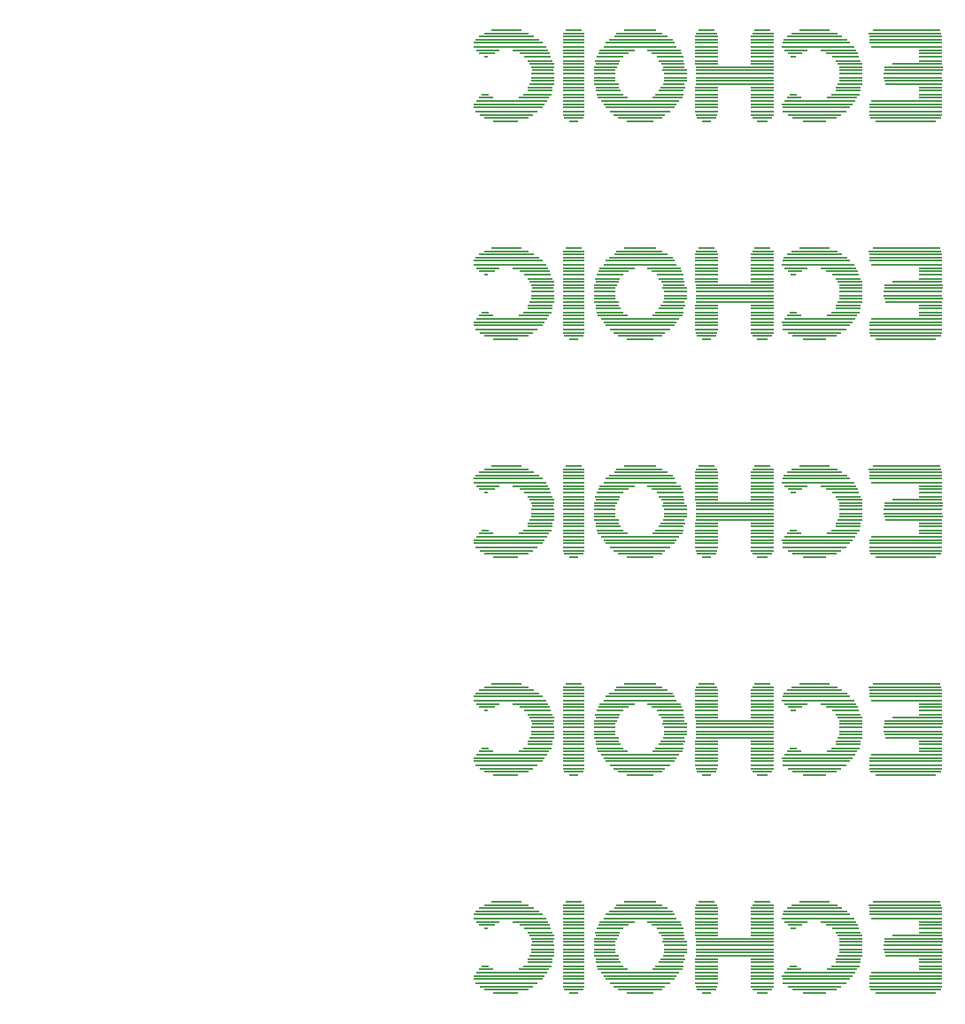
<source format=gbo>
G75*
%MOIN*%
%OFA0B0*%
%FSLAX25Y25*%
%IPPOS*%
%LPD*%
%AMOC8*
5,1,8,0,0,1.08239X$1,22.5*
%
%ADD10R,0.21457X0.00472*%
%ADD11R,0.06811X0.00472*%
%ADD12R,0.02441X0.00472*%
%ADD13R,0.01929X0.00472*%
%ADD14R,0.08307X0.00472*%
%ADD15R,0.01969X0.00472*%
%ADD16R,0.06850X0.00472*%
%ADD17R,0.25354X0.00512*%
%ADD18R,0.11693X0.00512*%
%ADD19R,0.05866X0.00512*%
%ADD20R,0.06339X0.00512*%
%ADD21R,0.12165X0.00512*%
%ADD22R,0.06299X0.00512*%
%ADD23R,0.11220X0.00512*%
%ADD24R,0.26339X0.00472*%
%ADD25R,0.14606X0.00472*%
%ADD26R,0.07323X0.00472*%
%ADD27R,0.14646X0.00472*%
%ADD28R,0.26811X0.00472*%
%ADD29R,0.16102X0.00472*%
%ADD30R,0.07795X0.00472*%
%ADD31R,0.08268X0.00472*%
%ADD32R,0.16063X0.00472*%
%ADD33R,0.27283X0.00512*%
%ADD34R,0.17559X0.00512*%
%ADD35R,0.08307X0.00512*%
%ADD36R,0.08268X0.00512*%
%ADD37R,0.17047X0.00512*%
%ADD38R,0.27756X0.00472*%
%ADD39R,0.20000X0.00472*%
%ADD40R,0.08780X0.00472*%
%ADD41R,0.08740X0.00472*%
%ADD42R,0.19016X0.00472*%
%ADD43R,0.19528X0.00472*%
%ADD44R,0.27756X0.00512*%
%ADD45R,0.20945X0.00512*%
%ADD46R,0.08780X0.00512*%
%ADD47R,0.08740X0.00512*%
%ADD48R,0.20472X0.00512*%
%ADD49R,0.22402X0.00472*%
%ADD50R,0.21929X0.00472*%
%ADD51R,0.22913X0.00472*%
%ADD52R,0.23386X0.00472*%
%ADD53R,0.23898X0.00472*%
%ADD54R,0.24370X0.00512*%
%ADD55R,0.25354X0.00472*%
%ADD56R,0.24843X0.00472*%
%ADD57R,0.25827X0.00512*%
%ADD58R,0.25866X0.00512*%
%ADD59R,0.27283X0.00472*%
%ADD60R,0.26811X0.00512*%
%ADD61R,0.27323X0.00512*%
%ADD62R,0.28780X0.00472*%
%ADD63R,0.26299X0.00472*%
%ADD64R,0.29724X0.00472*%
%ADD65R,0.13622X0.00512*%
%ADD66R,0.12638X0.00512*%
%ADD67R,0.13189X0.00512*%
%ADD68R,0.13661X0.00512*%
%ADD69R,0.13150X0.00472*%
%ADD70R,0.12165X0.00472*%
%ADD71R,0.12677X0.00472*%
%ADD72R,0.13189X0.00472*%
%ADD73R,0.12205X0.00512*%
%ADD74R,0.05827X0.00512*%
%ADD75R,0.11693X0.00472*%
%ADD76R,0.04370X0.00472*%
%ADD77R,0.10748X0.00472*%
%ADD78R,0.10709X0.00472*%
%ADD79R,0.04409X0.00472*%
%ADD80R,0.02953X0.00472*%
%ADD81R,0.10236X0.00472*%
%ADD82R,0.02913X0.00472*%
%ADD83R,0.10236X0.00512*%
%ADD84R,0.01929X0.00512*%
%ADD85R,0.01457X0.00512*%
%ADD86R,0.09764X0.00472*%
%ADD87R,0.09724X0.00472*%
%ADD88R,0.09252X0.00472*%
%ADD89R,0.09252X0.00512*%
%ADD90R,0.09291X0.00512*%
%ADD91R,0.09764X0.00512*%
%ADD92R,0.09291X0.00472*%
%ADD93R,0.18976X0.00512*%
%ADD94R,0.20472X0.00472*%
%ADD95R,0.21417X0.00472*%
%ADD96R,0.21929X0.00512*%
%ADD97R,0.29724X0.00512*%
%ADD98R,0.22402X0.00512*%
%ADD99R,0.21417X0.00512*%
%ADD100R,0.20945X0.00472*%
%ADD101R,0.09724X0.00512*%
%ADD102R,0.00984X0.00472*%
%ADD103R,0.01457X0.00472*%
%ADD104R,0.10709X0.00512*%
%ADD105R,0.02953X0.00512*%
%ADD106R,0.02913X0.00512*%
%ADD107R,0.05354X0.00512*%
%ADD108R,0.11732X0.00472*%
%ADD109R,0.25827X0.00472*%
%ADD110R,0.13622X0.00472*%
%ADD111R,0.15118X0.00472*%
%ADD112R,0.26772X0.00472*%
%ADD113R,0.24882X0.00472*%
%ADD114R,0.23858X0.00512*%
%ADD115R,0.22913X0.00512*%
%ADD116R,0.23386X0.00512*%
%ADD117R,0.22441X0.00472*%
%ADD118R,0.19488X0.00512*%
%ADD119R,0.20000X0.00512*%
%ADD120R,0.18071X0.00472*%
%ADD121R,0.18504X0.00472*%
%ADD122R,0.18031X0.00472*%
%ADD123R,0.16575X0.00512*%
%ADD124R,0.07795X0.00512*%
%ADD125R,0.07323X0.00512*%
%ADD126R,0.16535X0.00512*%
%ADD127R,0.25866X0.00472*%
%ADD128R,0.15079X0.00472*%
%ADD129R,0.05866X0.00472*%
%ADD130R,0.06339X0.00472*%
%ADD131R,0.13661X0.00472*%
%ADD132R,0.06299X0.00472*%
%ADD133R,0.22874X0.00512*%
%ADD134R,0.03898X0.00512*%
%ADD135R,0.03386X0.00512*%
%ADD136R,0.04882X0.00472*%
%ADD137R,0.31260X0.00394*%
%ADD138R,0.22953X0.00394*%
%ADD139R,0.07165X0.00394*%
%ADD140R,0.01890X0.00394*%
%ADD141R,0.31969X0.00354*%
%ADD142R,0.23701X0.00354*%
%ADD143R,0.07874X0.00354*%
%ADD144R,0.02638X0.00354*%
%ADD145R,0.02598X0.00354*%
%ADD146R,0.35000X0.00394*%
%ADD147R,0.27126X0.00394*%
%ADD148R,0.11693X0.00394*%
%ADD149R,0.06378X0.00394*%
%ADD150R,0.35748X0.00354*%
%ADD151R,0.28228X0.00354*%
%ADD152R,0.13898X0.00354*%
%ADD153R,0.36142X0.00394*%
%ADD154R,0.28622X0.00394*%
%ADD155R,0.15827X0.00394*%
%ADD156R,0.07874X0.00394*%
%ADD157R,0.08268X0.00394*%
%ADD158R,0.36535X0.00394*%
%ADD159R,0.28976X0.00394*%
%ADD160R,0.17323X0.00394*%
%ADD161R,0.08661X0.00394*%
%ADD162R,0.36535X0.00354*%
%ADD163R,0.29724X0.00354*%
%ADD164R,0.18819X0.00354*%
%ADD165R,0.09055X0.00354*%
%ADD166R,0.09016X0.00354*%
%ADD167R,0.29724X0.00394*%
%ADD168R,0.19961X0.00394*%
%ADD169R,0.09055X0.00394*%
%ADD170R,0.09016X0.00394*%
%ADD171R,0.21811X0.00354*%
%ADD172R,0.36890X0.00394*%
%ADD173R,0.22598X0.00394*%
%ADD174R,0.09409X0.00394*%
%ADD175R,0.36890X0.00354*%
%ADD176R,0.09409X0.00354*%
%ADD177R,0.09370X0.00354*%
%ADD178R,0.30079X0.00394*%
%ADD179R,0.24488X0.00394*%
%ADD180R,0.09370X0.00394*%
%ADD181R,0.25591X0.00394*%
%ADD182R,0.30079X0.00354*%
%ADD183R,0.26339X0.00354*%
%ADD184R,0.27087X0.00394*%
%ADD185R,0.27441X0.00354*%
%ADD186R,0.27835X0.00394*%
%ADD187R,0.36142X0.00354*%
%ADD188R,0.35748X0.00394*%
%ADD189R,0.28583X0.00394*%
%ADD190R,0.35000X0.00354*%
%ADD191R,0.28976X0.00354*%
%ADD192R,0.32362X0.00394*%
%ADD193R,0.29370X0.00354*%
%ADD194R,0.29331X0.00394*%
%ADD195R,0.28583X0.00354*%
%ADD196R,0.15433X0.00394*%
%ADD197R,0.10157X0.00394*%
%ADD198R,0.09764X0.00354*%
%ADD199R,0.14291X0.00354*%
%ADD200R,0.08268X0.00354*%
%ADD201R,0.13543X0.00394*%
%ADD202R,0.06772X0.00394*%
%ADD203R,0.12795X0.00354*%
%ADD204R,0.05630X0.00354*%
%ADD205R,0.12047X0.00394*%
%ADD206R,0.04882X0.00394*%
%ADD207R,0.04134X0.00394*%
%ADD208R,0.11299X0.00354*%
%ADD209R,0.10945X0.00394*%
%ADD210R,0.00394X0.00394*%
%ADD211R,0.10906X0.00354*%
%ADD212R,0.10551X0.00394*%
%ADD213R,0.10551X0.00354*%
%ADD214R,0.10157X0.00354*%
%ADD215R,0.09764X0.00394*%
%ADD216R,0.21417X0.00394*%
%ADD217R,0.22953X0.00354*%
%ADD218R,0.23307X0.00394*%
%ADD219R,0.09803X0.00394*%
%ADD220R,0.32362X0.00354*%
%ADD221R,0.24055X0.00394*%
%ADD222R,0.24055X0.00354*%
%ADD223R,0.24449X0.00394*%
%ADD224R,0.24449X0.00354*%
%ADD225R,0.24803X0.00354*%
%ADD226R,0.24803X0.00394*%
%ADD227R,0.23701X0.00394*%
%ADD228R,0.23307X0.00354*%
%ADD229R,0.09803X0.00354*%
%ADD230R,0.22205X0.00394*%
%ADD231R,0.11299X0.00394*%
%ADD232R,0.03780X0.00394*%
%ADD233R,0.11654X0.00354*%
%ADD234R,0.04882X0.00354*%
%ADD235R,0.12402X0.00394*%
%ADD236R,0.05630X0.00394*%
%ADD237R,0.13150X0.00354*%
%ADD238R,0.06772X0.00354*%
%ADD239R,0.13189X0.00394*%
%ADD240R,0.07520X0.00394*%
%ADD241R,0.26693X0.00354*%
%ADD242R,0.28622X0.00354*%
%ADD243R,0.28228X0.00394*%
%ADD244R,0.27835X0.00354*%
%ADD245R,0.27441X0.00394*%
%ADD246R,0.24843X0.00354*%
%ADD247R,0.21811X0.00394*%
%ADD248R,0.08661X0.00354*%
%ADD249R,0.19921X0.00354*%
%ADD250R,0.19213X0.00394*%
%ADD251R,0.29370X0.00394*%
%ADD252R,0.17677X0.00394*%
%ADD253R,0.16181X0.00354*%
%ADD254R,0.14291X0.00394*%
%ADD255R,0.06378X0.00354*%
%ADD256R,0.27480X0.00354*%
%ADD257R,0.24843X0.00394*%
D10*
X0282667Y0055350D03*
X0347982Y0055350D03*
X0382116Y0087516D03*
X0347982Y0137350D03*
X0382116Y0169516D03*
X0347982Y0219350D03*
X0382116Y0251516D03*
X0347982Y0301350D03*
X0382116Y0333516D03*
X0347982Y0383350D03*
X0382116Y0415516D03*
X0282667Y0383350D03*
X0282667Y0301350D03*
X0282667Y0219350D03*
X0282667Y0137350D03*
D11*
X0328494Y0135382D03*
X0328494Y0168531D03*
X0347982Y0169516D03*
X0328494Y0217382D03*
X0328494Y0250531D03*
X0347982Y0251516D03*
X0328494Y0299382D03*
X0328494Y0332531D03*
X0347982Y0333516D03*
X0328494Y0381382D03*
X0328494Y0414531D03*
X0347982Y0415516D03*
X0225148Y0389177D03*
X0225148Y0307177D03*
X0225148Y0225177D03*
X0225148Y0143177D03*
X0225148Y0061177D03*
X0328494Y0053382D03*
X0328494Y0086531D03*
X0347982Y0087516D03*
D12*
X0328750Y0087516D03*
X0328750Y0169516D03*
X0328750Y0251516D03*
X0328750Y0333516D03*
X0328750Y0415516D03*
D13*
X0307037Y0415516D03*
X0307037Y0333516D03*
X0307037Y0251516D03*
X0307037Y0169516D03*
X0307037Y0087516D03*
D14*
X0282431Y0087516D03*
X0328730Y0054366D03*
X0328730Y0136366D03*
X0282431Y0169516D03*
X0328730Y0218366D03*
X0282431Y0251516D03*
X0328730Y0300366D03*
X0282431Y0333516D03*
X0328730Y0382366D03*
X0282431Y0415516D03*
D15*
X0257805Y0415516D03*
X0257805Y0333516D03*
X0257805Y0251516D03*
X0257805Y0169516D03*
X0257805Y0087516D03*
D16*
X0231978Y0087516D03*
X0231978Y0169516D03*
X0231978Y0251516D03*
X0231978Y0333516D03*
X0231978Y0415516D03*
D17*
X0382608Y0415024D03*
X0382608Y0333024D03*
X0382608Y0251024D03*
X0382608Y0169024D03*
X0382608Y0087024D03*
D18*
X0347982Y0087024D03*
X0292431Y0078244D03*
X0272431Y0078244D03*
X0242707Y0078244D03*
X0242707Y0160244D03*
X0272431Y0160244D03*
X0292431Y0160244D03*
X0347982Y0169024D03*
X0292431Y0242244D03*
X0272431Y0242244D03*
X0242707Y0242244D03*
X0242707Y0324244D03*
X0272431Y0324244D03*
X0292431Y0324244D03*
X0347982Y0333024D03*
X0292431Y0406244D03*
X0272431Y0406244D03*
X0242707Y0406244D03*
X0347982Y0415024D03*
X0347982Y0251024D03*
D19*
X0328494Y0251024D03*
X0328494Y0169024D03*
X0328494Y0087024D03*
X0224675Y0078244D03*
X0224675Y0160244D03*
X0224675Y0242244D03*
X0224675Y0324244D03*
X0224675Y0406244D03*
X0328494Y0415024D03*
X0328494Y0333024D03*
D20*
X0307274Y0333024D03*
X0307274Y0415024D03*
X0307274Y0251024D03*
X0307274Y0169024D03*
X0307274Y0087024D03*
D21*
X0282431Y0087024D03*
X0282431Y0169024D03*
X0282431Y0251024D03*
X0282431Y0333024D03*
X0282431Y0415024D03*
D22*
X0257569Y0415024D03*
X0257569Y0333024D03*
X0257569Y0251024D03*
X0257569Y0169024D03*
X0257569Y0087024D03*
D23*
X0232234Y0087024D03*
X0242470Y0061669D03*
X0272195Y0061669D03*
X0292667Y0061669D03*
X0358455Y0061669D03*
X0358455Y0143669D03*
X0292667Y0143669D03*
X0272195Y0143669D03*
X0242470Y0143669D03*
X0232234Y0169024D03*
X0242470Y0225669D03*
X0232234Y0251024D03*
X0272195Y0225669D03*
X0292667Y0225669D03*
X0358455Y0225669D03*
X0358455Y0307669D03*
X0292667Y0307669D03*
X0272195Y0307669D03*
X0242470Y0307669D03*
X0232234Y0333024D03*
X0242470Y0389669D03*
X0232234Y0415024D03*
X0272195Y0389669D03*
X0292667Y0389669D03*
X0358455Y0389669D03*
D24*
X0348967Y0386264D03*
X0348967Y0409650D03*
X0382589Y0414531D03*
X0382589Y0332531D03*
X0348967Y0327650D03*
X0348967Y0304264D03*
X0382589Y0250531D03*
X0348967Y0245650D03*
X0348967Y0222264D03*
X0382589Y0168531D03*
X0348967Y0163650D03*
X0348967Y0140264D03*
X0382589Y0086531D03*
X0348967Y0081650D03*
X0348967Y0058264D03*
X0233927Y0059248D03*
X0232943Y0058264D03*
X0232943Y0081650D03*
X0232943Y0140264D03*
X0233927Y0141248D03*
X0232943Y0163650D03*
X0232943Y0222264D03*
X0233927Y0223248D03*
X0232943Y0245650D03*
X0232943Y0304264D03*
X0233927Y0305248D03*
X0232943Y0327650D03*
X0232943Y0386264D03*
X0233927Y0387248D03*
X0232943Y0409650D03*
D25*
X0282667Y0414531D03*
X0347982Y0414531D03*
X0347982Y0381382D03*
X0347982Y0332531D03*
X0347982Y0299382D03*
X0347982Y0250531D03*
X0347982Y0217382D03*
X0347982Y0168531D03*
X0347982Y0135382D03*
X0347982Y0086531D03*
X0347982Y0053382D03*
X0282667Y0086531D03*
X0282667Y0168531D03*
X0282667Y0250531D03*
X0282667Y0332531D03*
D26*
X0307293Y0332531D03*
X0340915Y0307177D03*
X0307293Y0299382D03*
X0257569Y0299382D03*
X0257569Y0332531D03*
X0257569Y0381382D03*
X0257569Y0414531D03*
X0307293Y0414531D03*
X0340915Y0389177D03*
X0307293Y0381382D03*
X0307293Y0250531D03*
X0340915Y0225177D03*
X0307293Y0217382D03*
X0307293Y0168531D03*
X0340915Y0143177D03*
X0307293Y0135382D03*
X0257569Y0135382D03*
X0257569Y0168531D03*
X0257569Y0217382D03*
X0257569Y0250531D03*
X0257569Y0086531D03*
X0257569Y0053382D03*
X0307293Y0053382D03*
X0340915Y0061177D03*
X0307293Y0086531D03*
D27*
X0356270Y0060705D03*
X0356270Y0142705D03*
X0356270Y0224705D03*
X0356270Y0306705D03*
X0356270Y0388705D03*
X0231978Y0381382D03*
X0231978Y0414531D03*
X0231978Y0332531D03*
X0231978Y0299382D03*
X0231978Y0250531D03*
X0231978Y0217382D03*
X0231978Y0168531D03*
X0231978Y0135382D03*
X0231978Y0086531D03*
X0231978Y0053382D03*
D28*
X0233691Y0059720D03*
X0233691Y0080193D03*
X0233179Y0081177D03*
X0282431Y0081650D03*
X0282431Y0058264D03*
X0349203Y0081177D03*
X0382352Y0086059D03*
X0382825Y0059720D03*
X0382825Y0059248D03*
X0382825Y0141248D03*
X0382825Y0141720D03*
X0382352Y0168059D03*
X0349203Y0163177D03*
X0282431Y0163650D03*
X0282431Y0140264D03*
X0233691Y0141720D03*
X0233691Y0162193D03*
X0233179Y0163177D03*
X0282431Y0222264D03*
X0282431Y0245650D03*
X0233691Y0244193D03*
X0233179Y0245177D03*
X0233691Y0223720D03*
X0233691Y0305720D03*
X0233691Y0326193D03*
X0233179Y0327177D03*
X0282431Y0327650D03*
X0282431Y0304264D03*
X0349203Y0327177D03*
X0382352Y0332059D03*
X0382825Y0305720D03*
X0382825Y0305248D03*
X0382352Y0250059D03*
X0382825Y0223720D03*
X0382825Y0223248D03*
X0349203Y0245177D03*
X0382825Y0387248D03*
X0382825Y0387720D03*
X0382352Y0414059D03*
X0349203Y0409177D03*
X0282431Y0409650D03*
X0282431Y0386264D03*
X0233691Y0387720D03*
X0233691Y0408193D03*
X0233179Y0409177D03*
D29*
X0282431Y0414059D03*
X0347746Y0414059D03*
X0347746Y0332059D03*
X0282431Y0332059D03*
X0282431Y0250059D03*
X0347746Y0250059D03*
X0347746Y0168059D03*
X0282431Y0168059D03*
X0282431Y0086059D03*
X0347746Y0086059D03*
D30*
X0341152Y0078736D03*
X0328474Y0086059D03*
X0307057Y0086059D03*
X0341152Y0160736D03*
X0328474Y0168059D03*
X0307057Y0168059D03*
X0341152Y0242736D03*
X0328474Y0250059D03*
X0307057Y0250059D03*
X0341152Y0324736D03*
X0328474Y0332059D03*
X0307057Y0332059D03*
X0341152Y0406736D03*
X0328474Y0414059D03*
X0307057Y0414059D03*
X0225167Y0406736D03*
X0225167Y0324736D03*
X0225167Y0242736D03*
X0225167Y0160736D03*
X0225167Y0078736D03*
D31*
X0245876Y0071413D03*
X0257569Y0071413D03*
X0257569Y0070941D03*
X0257569Y0069957D03*
X0257569Y0069484D03*
X0257569Y0068500D03*
X0257569Y0067516D03*
X0257569Y0067043D03*
X0257569Y0066059D03*
X0257569Y0065587D03*
X0257569Y0064602D03*
X0257569Y0063618D03*
X0257569Y0063146D03*
X0257569Y0062161D03*
X0257569Y0061177D03*
X0257569Y0060705D03*
X0257569Y0059720D03*
X0257569Y0059248D03*
X0257569Y0058264D03*
X0257569Y0057280D03*
X0257569Y0056807D03*
X0257569Y0055823D03*
X0257569Y0055350D03*
X0257569Y0054366D03*
X0269262Y0068500D03*
X0269262Y0069484D03*
X0269262Y0069957D03*
X0269262Y0070941D03*
X0269262Y0071413D03*
X0257569Y0072398D03*
X0257569Y0073382D03*
X0257569Y0073854D03*
X0257569Y0074839D03*
X0257569Y0075823D03*
X0257569Y0076295D03*
X0257569Y0077280D03*
X0257569Y0077752D03*
X0257569Y0078736D03*
X0257569Y0079720D03*
X0257569Y0080193D03*
X0257569Y0081177D03*
X0257569Y0081650D03*
X0257569Y0082634D03*
X0257569Y0083618D03*
X0257569Y0084091D03*
X0257569Y0085075D03*
X0257569Y0086059D03*
X0307293Y0054366D03*
X0307293Y0136366D03*
X0269262Y0150500D03*
X0269262Y0151484D03*
X0269262Y0151957D03*
X0269262Y0152941D03*
X0269262Y0153413D03*
X0257569Y0153413D03*
X0257569Y0152941D03*
X0257569Y0151957D03*
X0257569Y0151484D03*
X0257569Y0150500D03*
X0257569Y0149516D03*
X0257569Y0149043D03*
X0257569Y0148059D03*
X0257569Y0147587D03*
X0257569Y0146602D03*
X0257569Y0145618D03*
X0257569Y0145146D03*
X0257569Y0144161D03*
X0257569Y0143177D03*
X0257569Y0142705D03*
X0257569Y0141720D03*
X0257569Y0141248D03*
X0257569Y0140264D03*
X0257569Y0139280D03*
X0257569Y0138807D03*
X0257569Y0137823D03*
X0257569Y0137350D03*
X0257569Y0136366D03*
X0245876Y0153413D03*
X0257569Y0154398D03*
X0257569Y0155382D03*
X0257569Y0155854D03*
X0257569Y0156839D03*
X0257569Y0157823D03*
X0257569Y0158295D03*
X0257569Y0159280D03*
X0257569Y0159752D03*
X0257569Y0160736D03*
X0257569Y0161720D03*
X0257569Y0162193D03*
X0257569Y0163177D03*
X0257569Y0163650D03*
X0257569Y0164634D03*
X0257569Y0165618D03*
X0257569Y0166091D03*
X0257569Y0167075D03*
X0257569Y0168059D03*
X0257569Y0218366D03*
X0257569Y0219350D03*
X0257569Y0219823D03*
X0257569Y0220807D03*
X0257569Y0221280D03*
X0257569Y0222264D03*
X0257569Y0223248D03*
X0257569Y0223720D03*
X0257569Y0224705D03*
X0257569Y0225177D03*
X0257569Y0226161D03*
X0257569Y0227146D03*
X0257569Y0227618D03*
X0257569Y0228602D03*
X0257569Y0229587D03*
X0257569Y0230059D03*
X0257569Y0231043D03*
X0257569Y0231516D03*
X0257569Y0232500D03*
X0257569Y0233484D03*
X0257569Y0233957D03*
X0257569Y0234941D03*
X0257569Y0235413D03*
X0257569Y0236398D03*
X0257569Y0237382D03*
X0257569Y0237854D03*
X0257569Y0238839D03*
X0257569Y0239823D03*
X0257569Y0240295D03*
X0257569Y0241280D03*
X0257569Y0241752D03*
X0257569Y0242736D03*
X0257569Y0243720D03*
X0257569Y0244193D03*
X0257569Y0245177D03*
X0257569Y0245650D03*
X0257569Y0246634D03*
X0257569Y0247618D03*
X0257569Y0248091D03*
X0257569Y0249075D03*
X0257569Y0250059D03*
X0269262Y0235413D03*
X0269262Y0234941D03*
X0269262Y0233957D03*
X0269262Y0233484D03*
X0269262Y0232500D03*
X0245876Y0235413D03*
X0307293Y0218366D03*
X0307293Y0300366D03*
X0269262Y0314500D03*
X0269262Y0315484D03*
X0269262Y0315957D03*
X0269262Y0316941D03*
X0269262Y0317413D03*
X0257569Y0317413D03*
X0257569Y0316941D03*
X0257569Y0315957D03*
X0257569Y0315484D03*
X0257569Y0314500D03*
X0257569Y0313516D03*
X0257569Y0313043D03*
X0257569Y0312059D03*
X0257569Y0311587D03*
X0257569Y0310602D03*
X0257569Y0309618D03*
X0257569Y0309146D03*
X0257569Y0308161D03*
X0257569Y0307177D03*
X0257569Y0306705D03*
X0257569Y0305720D03*
X0257569Y0305248D03*
X0257569Y0304264D03*
X0257569Y0303280D03*
X0257569Y0302807D03*
X0257569Y0301823D03*
X0257569Y0301350D03*
X0257569Y0300366D03*
X0257569Y0318398D03*
X0257569Y0319382D03*
X0257569Y0319854D03*
X0257569Y0320839D03*
X0257569Y0321823D03*
X0257569Y0322295D03*
X0257569Y0323280D03*
X0257569Y0323752D03*
X0257569Y0324736D03*
X0257569Y0325720D03*
X0257569Y0326193D03*
X0257569Y0327177D03*
X0257569Y0327650D03*
X0257569Y0328634D03*
X0257569Y0329618D03*
X0257569Y0330091D03*
X0257569Y0331075D03*
X0257569Y0332059D03*
X0245876Y0317413D03*
X0257569Y0382366D03*
X0257569Y0383350D03*
X0257569Y0383823D03*
X0257569Y0384807D03*
X0257569Y0385280D03*
X0257569Y0386264D03*
X0257569Y0387248D03*
X0257569Y0387720D03*
X0257569Y0388705D03*
X0257569Y0389177D03*
X0257569Y0390161D03*
X0257569Y0391146D03*
X0257569Y0391618D03*
X0257569Y0392602D03*
X0257569Y0393587D03*
X0257569Y0394059D03*
X0257569Y0395043D03*
X0257569Y0395516D03*
X0257569Y0396500D03*
X0257569Y0397484D03*
X0257569Y0397957D03*
X0257569Y0398941D03*
X0257569Y0399413D03*
X0257569Y0400398D03*
X0257569Y0401382D03*
X0257569Y0401854D03*
X0257569Y0402839D03*
X0257569Y0403823D03*
X0257569Y0404295D03*
X0257569Y0405280D03*
X0257569Y0405752D03*
X0257569Y0406736D03*
X0257569Y0407720D03*
X0257569Y0408193D03*
X0257569Y0409177D03*
X0257569Y0409650D03*
X0257569Y0410634D03*
X0257569Y0411618D03*
X0257569Y0412091D03*
X0257569Y0413075D03*
X0257569Y0414059D03*
X0269262Y0399413D03*
X0269262Y0398941D03*
X0269262Y0397957D03*
X0269262Y0397484D03*
X0269262Y0396500D03*
X0245876Y0399413D03*
X0307293Y0382366D03*
D32*
X0231742Y0414059D03*
X0231742Y0332059D03*
X0231742Y0250059D03*
X0231742Y0168059D03*
X0231742Y0086059D03*
D33*
X0349439Y0080685D03*
X0382116Y0085567D03*
X0382589Y0058756D03*
X0382589Y0140756D03*
X0382116Y0167567D03*
X0349439Y0162685D03*
X0382589Y0222756D03*
X0382116Y0249567D03*
X0349439Y0244685D03*
X0382589Y0304756D03*
X0382116Y0331567D03*
X0349439Y0326685D03*
X0382589Y0386756D03*
X0382116Y0413567D03*
X0349439Y0408685D03*
D34*
X0348002Y0413567D03*
X0282175Y0413567D03*
X0282175Y0331567D03*
X0348002Y0331567D03*
X0348002Y0249567D03*
X0282175Y0249567D03*
X0282175Y0167567D03*
X0348002Y0167567D03*
X0348002Y0085567D03*
X0282175Y0085567D03*
D35*
X0295108Y0072890D03*
X0295108Y0066551D03*
X0328730Y0085567D03*
X0295108Y0148551D03*
X0295108Y0154890D03*
X0328730Y0167567D03*
X0295108Y0230551D03*
X0295108Y0236890D03*
X0328730Y0249567D03*
X0295108Y0312551D03*
X0295108Y0318890D03*
X0328730Y0331567D03*
X0295108Y0394551D03*
X0295108Y0400890D03*
X0328730Y0413567D03*
D36*
X0307293Y0413567D03*
X0307293Y0382858D03*
X0269262Y0396008D03*
X0269262Y0396992D03*
X0269262Y0398449D03*
X0269262Y0399906D03*
X0257569Y0399906D03*
X0257569Y0400890D03*
X0257569Y0402346D03*
X0257569Y0403331D03*
X0257569Y0404787D03*
X0257569Y0406244D03*
X0257569Y0407228D03*
X0257569Y0408685D03*
X0257569Y0410142D03*
X0257569Y0411126D03*
X0257569Y0412583D03*
X0257569Y0413567D03*
X0245876Y0399906D03*
X0257569Y0398449D03*
X0257569Y0396992D03*
X0257569Y0396008D03*
X0257569Y0394551D03*
X0257569Y0393094D03*
X0257569Y0392110D03*
X0257569Y0390654D03*
X0257569Y0389669D03*
X0257569Y0388213D03*
X0257569Y0386756D03*
X0257569Y0385772D03*
X0257569Y0384315D03*
X0257569Y0382858D03*
X0257569Y0331567D03*
X0257569Y0330583D03*
X0257569Y0329126D03*
X0257569Y0328142D03*
X0257569Y0326685D03*
X0257569Y0325228D03*
X0257569Y0324244D03*
X0257569Y0322787D03*
X0257569Y0321331D03*
X0257569Y0320346D03*
X0257569Y0318890D03*
X0257569Y0317906D03*
X0257569Y0316449D03*
X0257569Y0314992D03*
X0257569Y0314008D03*
X0257569Y0312551D03*
X0257569Y0311094D03*
X0257569Y0310110D03*
X0257569Y0308654D03*
X0257569Y0307669D03*
X0257569Y0306213D03*
X0257569Y0304756D03*
X0257569Y0303772D03*
X0257569Y0302315D03*
X0257569Y0300858D03*
X0269262Y0314008D03*
X0269262Y0314992D03*
X0269262Y0316449D03*
X0269262Y0317906D03*
X0245876Y0317906D03*
X0307293Y0331567D03*
X0307293Y0300858D03*
X0307293Y0249567D03*
X0307293Y0218858D03*
X0269262Y0232008D03*
X0269262Y0232992D03*
X0269262Y0234449D03*
X0269262Y0235906D03*
X0257569Y0235906D03*
X0257569Y0236890D03*
X0257569Y0238346D03*
X0257569Y0239331D03*
X0257569Y0240787D03*
X0257569Y0242244D03*
X0257569Y0243228D03*
X0257569Y0244685D03*
X0257569Y0246142D03*
X0257569Y0247126D03*
X0257569Y0248583D03*
X0257569Y0249567D03*
X0257569Y0234449D03*
X0257569Y0232992D03*
X0257569Y0232008D03*
X0257569Y0230551D03*
X0257569Y0229094D03*
X0257569Y0228110D03*
X0257569Y0226654D03*
X0257569Y0225669D03*
X0257569Y0224213D03*
X0257569Y0222756D03*
X0257569Y0221772D03*
X0257569Y0220315D03*
X0257569Y0218858D03*
X0245876Y0235906D03*
X0257569Y0167567D03*
X0257569Y0166583D03*
X0257569Y0165126D03*
X0257569Y0164142D03*
X0257569Y0162685D03*
X0257569Y0161228D03*
X0257569Y0160244D03*
X0257569Y0158787D03*
X0257569Y0157331D03*
X0257569Y0156346D03*
X0257569Y0154890D03*
X0257569Y0153906D03*
X0257569Y0152449D03*
X0257569Y0150992D03*
X0257569Y0150008D03*
X0257569Y0148551D03*
X0257569Y0147094D03*
X0257569Y0146110D03*
X0257569Y0144654D03*
X0257569Y0143669D03*
X0257569Y0142213D03*
X0257569Y0140756D03*
X0257569Y0139772D03*
X0257569Y0138315D03*
X0257569Y0136858D03*
X0269262Y0150008D03*
X0269262Y0150992D03*
X0269262Y0152449D03*
X0269262Y0153906D03*
X0245876Y0153906D03*
X0307293Y0167567D03*
X0307293Y0136858D03*
X0307293Y0085567D03*
X0307293Y0054858D03*
X0269262Y0068008D03*
X0269262Y0068992D03*
X0269262Y0070449D03*
X0269262Y0071906D03*
X0257569Y0071906D03*
X0257569Y0072890D03*
X0257569Y0074346D03*
X0257569Y0075331D03*
X0257569Y0076787D03*
X0257569Y0078244D03*
X0257569Y0079228D03*
X0257569Y0080685D03*
X0257569Y0082142D03*
X0257569Y0083126D03*
X0257569Y0084583D03*
X0257569Y0085567D03*
X0257569Y0070449D03*
X0257569Y0068992D03*
X0257569Y0068008D03*
X0257569Y0066551D03*
X0257569Y0065094D03*
X0257569Y0064110D03*
X0257569Y0062654D03*
X0257569Y0061669D03*
X0257569Y0060213D03*
X0257569Y0058756D03*
X0257569Y0057772D03*
X0257569Y0056315D03*
X0257569Y0054858D03*
X0245876Y0071906D03*
D37*
X0232234Y0085567D03*
X0282431Y0053874D03*
X0282431Y0135874D03*
X0232234Y0167567D03*
X0282431Y0217874D03*
X0232234Y0249567D03*
X0282431Y0299874D03*
X0232234Y0331567D03*
X0282431Y0381874D03*
X0232234Y0413567D03*
D38*
X0282431Y0409177D03*
X0282431Y0327177D03*
X0282431Y0245177D03*
X0282431Y0163177D03*
X0282431Y0081177D03*
X0382352Y0081650D03*
X0382352Y0082634D03*
X0382352Y0083618D03*
X0382352Y0084091D03*
X0382352Y0085075D03*
X0382352Y0058264D03*
X0382352Y0057280D03*
X0382352Y0056807D03*
X0382352Y0055823D03*
X0382352Y0055350D03*
X0382352Y0137350D03*
X0382352Y0137823D03*
X0382352Y0138807D03*
X0382352Y0139280D03*
X0382352Y0140264D03*
X0382352Y0163650D03*
X0382352Y0164634D03*
X0382352Y0165618D03*
X0382352Y0166091D03*
X0382352Y0167075D03*
X0382352Y0219350D03*
X0382352Y0219823D03*
X0382352Y0220807D03*
X0382352Y0221280D03*
X0382352Y0222264D03*
X0382352Y0245650D03*
X0382352Y0246634D03*
X0382352Y0247618D03*
X0382352Y0248091D03*
X0382352Y0249075D03*
X0382352Y0301350D03*
X0382352Y0301823D03*
X0382352Y0302807D03*
X0382352Y0303280D03*
X0382352Y0304264D03*
X0382352Y0327650D03*
X0382352Y0328634D03*
X0382352Y0329618D03*
X0382352Y0330091D03*
X0382352Y0331075D03*
X0382352Y0383350D03*
X0382352Y0383823D03*
X0382352Y0384807D03*
X0382352Y0385280D03*
X0382352Y0386264D03*
X0382352Y0409650D03*
X0382352Y0410634D03*
X0382352Y0411618D03*
X0382352Y0412091D03*
X0382352Y0413075D03*
D39*
X0348238Y0413075D03*
X0348238Y0331075D03*
X0348238Y0249075D03*
X0348238Y0167075D03*
X0348238Y0085075D03*
D40*
X0361644Y0072398D03*
X0361644Y0071413D03*
X0361644Y0070941D03*
X0361644Y0069957D03*
X0361644Y0069484D03*
X0361644Y0068500D03*
X0361644Y0067516D03*
X0361644Y0067043D03*
X0328494Y0066059D03*
X0328494Y0065587D03*
X0328494Y0064602D03*
X0328494Y0063618D03*
X0328494Y0063146D03*
X0328494Y0062161D03*
X0328494Y0061177D03*
X0328494Y0060705D03*
X0328494Y0059720D03*
X0328494Y0059248D03*
X0328494Y0058264D03*
X0328494Y0057280D03*
X0328494Y0056807D03*
X0328494Y0055823D03*
X0328494Y0055350D03*
X0328494Y0073854D03*
X0328494Y0074839D03*
X0328494Y0075823D03*
X0328494Y0076295D03*
X0328494Y0077280D03*
X0328494Y0077752D03*
X0328494Y0078736D03*
X0328494Y0079720D03*
X0328494Y0080193D03*
X0328494Y0081177D03*
X0328494Y0081650D03*
X0328494Y0082634D03*
X0328494Y0083618D03*
X0328494Y0084091D03*
X0328494Y0085075D03*
X0295344Y0073382D03*
X0294872Y0073854D03*
X0295344Y0072398D03*
X0295817Y0071413D03*
X0295817Y0070941D03*
X0295817Y0069957D03*
X0295817Y0069484D03*
X0295817Y0068500D03*
X0295344Y0067043D03*
X0295344Y0066059D03*
X0269990Y0066059D03*
X0269990Y0065587D03*
X0269518Y0067043D03*
X0269518Y0067516D03*
X0269518Y0072398D03*
X0269990Y0073854D03*
X0245620Y0072398D03*
X0245620Y0070941D03*
X0245620Y0069957D03*
X0245620Y0069484D03*
X0245620Y0068500D03*
X0245620Y0067516D03*
X0245620Y0067043D03*
X0245148Y0066059D03*
X0245148Y0065587D03*
X0328494Y0137350D03*
X0328494Y0137823D03*
X0328494Y0138807D03*
X0328494Y0139280D03*
X0328494Y0140264D03*
X0328494Y0141248D03*
X0328494Y0141720D03*
X0328494Y0142705D03*
X0328494Y0143177D03*
X0328494Y0144161D03*
X0328494Y0145146D03*
X0328494Y0145618D03*
X0328494Y0146602D03*
X0328494Y0147587D03*
X0328494Y0148059D03*
X0328494Y0155854D03*
X0328494Y0156839D03*
X0328494Y0157823D03*
X0328494Y0158295D03*
X0328494Y0159280D03*
X0328494Y0159752D03*
X0328494Y0160736D03*
X0328494Y0161720D03*
X0328494Y0162193D03*
X0328494Y0163177D03*
X0328494Y0163650D03*
X0328494Y0164634D03*
X0328494Y0165618D03*
X0328494Y0166091D03*
X0328494Y0167075D03*
X0361644Y0154398D03*
X0361644Y0153413D03*
X0361644Y0152941D03*
X0361644Y0151957D03*
X0361644Y0151484D03*
X0361644Y0150500D03*
X0361644Y0149516D03*
X0361644Y0149043D03*
X0295817Y0150500D03*
X0295817Y0151484D03*
X0295817Y0151957D03*
X0295817Y0152941D03*
X0295817Y0153413D03*
X0295344Y0154398D03*
X0295344Y0155382D03*
X0294872Y0155854D03*
X0295344Y0149043D03*
X0295344Y0148059D03*
X0269990Y0148059D03*
X0269990Y0147587D03*
X0269518Y0149043D03*
X0269518Y0149516D03*
X0269518Y0154398D03*
X0269990Y0155854D03*
X0245620Y0154398D03*
X0245620Y0152941D03*
X0245620Y0151957D03*
X0245620Y0151484D03*
X0245620Y0150500D03*
X0245620Y0149516D03*
X0245620Y0149043D03*
X0245148Y0148059D03*
X0245148Y0147587D03*
X0328494Y0219350D03*
X0328494Y0219823D03*
X0328494Y0220807D03*
X0328494Y0221280D03*
X0328494Y0222264D03*
X0328494Y0223248D03*
X0328494Y0223720D03*
X0328494Y0224705D03*
X0328494Y0225177D03*
X0328494Y0226161D03*
X0328494Y0227146D03*
X0328494Y0227618D03*
X0328494Y0228602D03*
X0328494Y0229587D03*
X0328494Y0230059D03*
X0328494Y0237854D03*
X0328494Y0238839D03*
X0328494Y0239823D03*
X0328494Y0240295D03*
X0328494Y0241280D03*
X0328494Y0241752D03*
X0328494Y0242736D03*
X0328494Y0243720D03*
X0328494Y0244193D03*
X0328494Y0245177D03*
X0328494Y0245650D03*
X0328494Y0246634D03*
X0328494Y0247618D03*
X0328494Y0248091D03*
X0328494Y0249075D03*
X0361644Y0236398D03*
X0361644Y0235413D03*
X0361644Y0234941D03*
X0361644Y0233957D03*
X0361644Y0233484D03*
X0361644Y0232500D03*
X0361644Y0231516D03*
X0361644Y0231043D03*
X0295817Y0232500D03*
X0295817Y0233484D03*
X0295817Y0233957D03*
X0295817Y0234941D03*
X0295817Y0235413D03*
X0295344Y0236398D03*
X0295344Y0237382D03*
X0294872Y0237854D03*
X0295344Y0231043D03*
X0295344Y0230059D03*
X0269990Y0230059D03*
X0269990Y0229587D03*
X0269518Y0231043D03*
X0269518Y0231516D03*
X0269518Y0236398D03*
X0269990Y0237854D03*
X0245620Y0236398D03*
X0245620Y0234941D03*
X0245620Y0233957D03*
X0245620Y0233484D03*
X0245620Y0232500D03*
X0245620Y0231516D03*
X0245620Y0231043D03*
X0245148Y0230059D03*
X0245148Y0229587D03*
X0328494Y0301350D03*
X0328494Y0301823D03*
X0328494Y0302807D03*
X0328494Y0303280D03*
X0328494Y0304264D03*
X0328494Y0305248D03*
X0328494Y0305720D03*
X0328494Y0306705D03*
X0328494Y0307177D03*
X0328494Y0308161D03*
X0328494Y0309146D03*
X0328494Y0309618D03*
X0328494Y0310602D03*
X0328494Y0311587D03*
X0328494Y0312059D03*
X0328494Y0319854D03*
X0328494Y0320839D03*
X0328494Y0321823D03*
X0328494Y0322295D03*
X0328494Y0323280D03*
X0328494Y0323752D03*
X0328494Y0324736D03*
X0328494Y0325720D03*
X0328494Y0326193D03*
X0328494Y0327177D03*
X0328494Y0327650D03*
X0328494Y0328634D03*
X0328494Y0329618D03*
X0328494Y0330091D03*
X0328494Y0331075D03*
X0361644Y0318398D03*
X0361644Y0317413D03*
X0361644Y0316941D03*
X0361644Y0315957D03*
X0361644Y0315484D03*
X0361644Y0314500D03*
X0361644Y0313516D03*
X0361644Y0313043D03*
X0295817Y0314500D03*
X0295817Y0315484D03*
X0295817Y0315957D03*
X0295817Y0316941D03*
X0295817Y0317413D03*
X0295344Y0318398D03*
X0295344Y0319382D03*
X0294872Y0319854D03*
X0295344Y0313043D03*
X0295344Y0312059D03*
X0269990Y0312059D03*
X0269990Y0311587D03*
X0269518Y0313043D03*
X0269518Y0313516D03*
X0269518Y0318398D03*
X0269990Y0319854D03*
X0245620Y0318398D03*
X0245620Y0316941D03*
X0245620Y0315957D03*
X0245620Y0315484D03*
X0245620Y0314500D03*
X0245620Y0313516D03*
X0245620Y0313043D03*
X0245148Y0312059D03*
X0245148Y0311587D03*
X0328494Y0383350D03*
X0328494Y0383823D03*
X0328494Y0384807D03*
X0328494Y0385280D03*
X0328494Y0386264D03*
X0328494Y0387248D03*
X0328494Y0387720D03*
X0328494Y0388705D03*
X0328494Y0389177D03*
X0328494Y0390161D03*
X0328494Y0391146D03*
X0328494Y0391618D03*
X0328494Y0392602D03*
X0328494Y0393587D03*
X0328494Y0394059D03*
X0328494Y0401854D03*
X0328494Y0402839D03*
X0328494Y0403823D03*
X0328494Y0404295D03*
X0328494Y0405280D03*
X0328494Y0405752D03*
X0328494Y0406736D03*
X0328494Y0407720D03*
X0328494Y0408193D03*
X0328494Y0409177D03*
X0328494Y0409650D03*
X0328494Y0410634D03*
X0328494Y0411618D03*
X0328494Y0412091D03*
X0328494Y0413075D03*
X0361644Y0400398D03*
X0361644Y0399413D03*
X0361644Y0398941D03*
X0361644Y0397957D03*
X0361644Y0397484D03*
X0361644Y0396500D03*
X0361644Y0395516D03*
X0361644Y0395043D03*
X0295817Y0396500D03*
X0295817Y0397484D03*
X0295817Y0397957D03*
X0295817Y0398941D03*
X0295817Y0399413D03*
X0295344Y0400398D03*
X0295344Y0401382D03*
X0294872Y0401854D03*
X0295344Y0395043D03*
X0295344Y0394059D03*
X0269990Y0394059D03*
X0269990Y0393587D03*
X0269518Y0395043D03*
X0269518Y0395516D03*
X0269518Y0400398D03*
X0269990Y0401854D03*
X0245620Y0400398D03*
X0245620Y0398941D03*
X0245620Y0397957D03*
X0245620Y0397484D03*
X0245620Y0396500D03*
X0245620Y0395516D03*
X0245620Y0395043D03*
X0245148Y0394059D03*
X0245148Y0393587D03*
D41*
X0307530Y0393587D03*
X0307530Y0394059D03*
X0307530Y0392602D03*
X0307530Y0391618D03*
X0307530Y0391146D03*
X0307530Y0390161D03*
X0307530Y0389177D03*
X0307530Y0388705D03*
X0307530Y0387720D03*
X0307530Y0387248D03*
X0307530Y0386264D03*
X0307530Y0385280D03*
X0307530Y0384807D03*
X0307530Y0383823D03*
X0307530Y0383350D03*
X0307530Y0401854D03*
X0307530Y0402839D03*
X0307530Y0403823D03*
X0307530Y0404295D03*
X0307530Y0405280D03*
X0307530Y0405752D03*
X0307530Y0406736D03*
X0307530Y0407720D03*
X0307530Y0408193D03*
X0307530Y0409177D03*
X0307530Y0409650D03*
X0307530Y0410634D03*
X0307530Y0411618D03*
X0307530Y0412091D03*
X0307530Y0413075D03*
X0361152Y0393587D03*
X0391860Y0393587D03*
X0391860Y0392602D03*
X0391860Y0391618D03*
X0391860Y0391146D03*
X0391860Y0390161D03*
X0391860Y0389177D03*
X0391860Y0402839D03*
X0391860Y0403823D03*
X0391860Y0404295D03*
X0391860Y0405280D03*
X0391860Y0405752D03*
X0391860Y0406736D03*
X0307530Y0331075D03*
X0307530Y0330091D03*
X0307530Y0329618D03*
X0307530Y0328634D03*
X0307530Y0327650D03*
X0307530Y0327177D03*
X0307530Y0326193D03*
X0307530Y0325720D03*
X0307530Y0324736D03*
X0307530Y0323752D03*
X0307530Y0323280D03*
X0307530Y0322295D03*
X0307530Y0321823D03*
X0307530Y0320839D03*
X0307530Y0319854D03*
X0307530Y0312059D03*
X0307530Y0311587D03*
X0307530Y0310602D03*
X0307530Y0309618D03*
X0307530Y0309146D03*
X0307530Y0308161D03*
X0307530Y0307177D03*
X0307530Y0306705D03*
X0307530Y0305720D03*
X0307530Y0305248D03*
X0307530Y0304264D03*
X0307530Y0303280D03*
X0307530Y0302807D03*
X0307530Y0301823D03*
X0307530Y0301350D03*
X0361152Y0311587D03*
X0391860Y0311587D03*
X0391860Y0310602D03*
X0391860Y0309618D03*
X0391860Y0309146D03*
X0391860Y0308161D03*
X0391860Y0307177D03*
X0391860Y0320839D03*
X0391860Y0321823D03*
X0391860Y0322295D03*
X0391860Y0323280D03*
X0391860Y0323752D03*
X0391860Y0324736D03*
X0307530Y0249075D03*
X0307530Y0248091D03*
X0307530Y0247618D03*
X0307530Y0246634D03*
X0307530Y0245650D03*
X0307530Y0245177D03*
X0307530Y0244193D03*
X0307530Y0243720D03*
X0307530Y0242736D03*
X0307530Y0241752D03*
X0307530Y0241280D03*
X0307530Y0240295D03*
X0307530Y0239823D03*
X0307530Y0238839D03*
X0307530Y0237854D03*
X0307530Y0230059D03*
X0307530Y0229587D03*
X0307530Y0228602D03*
X0307530Y0227618D03*
X0307530Y0227146D03*
X0307530Y0226161D03*
X0307530Y0225177D03*
X0307530Y0224705D03*
X0307530Y0223720D03*
X0307530Y0223248D03*
X0307530Y0222264D03*
X0307530Y0221280D03*
X0307530Y0220807D03*
X0307530Y0219823D03*
X0307530Y0219350D03*
X0361152Y0229587D03*
X0391860Y0229587D03*
X0391860Y0228602D03*
X0391860Y0227618D03*
X0391860Y0227146D03*
X0391860Y0226161D03*
X0391860Y0225177D03*
X0391860Y0238839D03*
X0391860Y0239823D03*
X0391860Y0240295D03*
X0391860Y0241280D03*
X0391860Y0241752D03*
X0391860Y0242736D03*
X0307530Y0167075D03*
X0307530Y0166091D03*
X0307530Y0165618D03*
X0307530Y0164634D03*
X0307530Y0163650D03*
X0307530Y0163177D03*
X0307530Y0162193D03*
X0307530Y0161720D03*
X0307530Y0160736D03*
X0307530Y0159752D03*
X0307530Y0159280D03*
X0307530Y0158295D03*
X0307530Y0157823D03*
X0307530Y0156839D03*
X0307530Y0155854D03*
X0307530Y0148059D03*
X0307530Y0147587D03*
X0307530Y0146602D03*
X0307530Y0145618D03*
X0307530Y0145146D03*
X0307530Y0144161D03*
X0307530Y0143177D03*
X0307530Y0142705D03*
X0307530Y0141720D03*
X0307530Y0141248D03*
X0307530Y0140264D03*
X0307530Y0139280D03*
X0307530Y0138807D03*
X0307530Y0137823D03*
X0307530Y0137350D03*
X0361152Y0147587D03*
X0391860Y0147587D03*
X0391860Y0146602D03*
X0391860Y0145618D03*
X0391860Y0145146D03*
X0391860Y0144161D03*
X0391860Y0143177D03*
X0391860Y0156839D03*
X0391860Y0157823D03*
X0391860Y0158295D03*
X0391860Y0159280D03*
X0391860Y0159752D03*
X0391860Y0160736D03*
X0307530Y0085075D03*
X0307530Y0084091D03*
X0307530Y0083618D03*
X0307530Y0082634D03*
X0307530Y0081650D03*
X0307530Y0081177D03*
X0307530Y0080193D03*
X0307530Y0079720D03*
X0307530Y0078736D03*
X0307530Y0077752D03*
X0307530Y0077280D03*
X0307530Y0076295D03*
X0307530Y0075823D03*
X0307530Y0074839D03*
X0307530Y0073854D03*
X0307530Y0066059D03*
X0307530Y0065587D03*
X0307530Y0064602D03*
X0307530Y0063618D03*
X0307530Y0063146D03*
X0307530Y0062161D03*
X0307530Y0061177D03*
X0307530Y0060705D03*
X0307530Y0059720D03*
X0307530Y0059248D03*
X0307530Y0058264D03*
X0307530Y0057280D03*
X0307530Y0056807D03*
X0307530Y0055823D03*
X0307530Y0055350D03*
X0361152Y0065587D03*
X0391860Y0065587D03*
X0391860Y0064602D03*
X0391860Y0063618D03*
X0391860Y0063146D03*
X0391860Y0062161D03*
X0391860Y0061177D03*
X0391860Y0074839D03*
X0391860Y0075823D03*
X0391860Y0076295D03*
X0391860Y0077280D03*
X0391860Y0077752D03*
X0391860Y0078736D03*
D42*
X0282431Y0085075D03*
X0282431Y0167075D03*
X0282431Y0249075D03*
X0282431Y0331075D03*
X0282431Y0413075D03*
D43*
X0231978Y0413075D03*
X0231978Y0331075D03*
X0231978Y0249075D03*
X0231978Y0167075D03*
X0231978Y0085075D03*
D44*
X0282431Y0080685D03*
X0282431Y0058756D03*
X0282431Y0140756D03*
X0282431Y0162685D03*
X0282431Y0222756D03*
X0282431Y0244685D03*
X0282431Y0304756D03*
X0282431Y0326685D03*
X0282431Y0386756D03*
X0282431Y0408685D03*
X0382352Y0410142D03*
X0382352Y0411126D03*
X0382352Y0412583D03*
X0382352Y0385772D03*
X0382352Y0384315D03*
X0382352Y0382858D03*
X0382352Y0330583D03*
X0382352Y0329126D03*
X0382352Y0328142D03*
X0382352Y0303772D03*
X0382352Y0302315D03*
X0382352Y0300858D03*
X0382352Y0248583D03*
X0382352Y0247126D03*
X0382352Y0246142D03*
X0382352Y0221772D03*
X0382352Y0220315D03*
X0382352Y0218858D03*
X0382352Y0166583D03*
X0382352Y0165126D03*
X0382352Y0164142D03*
X0382352Y0139772D03*
X0382352Y0138315D03*
X0382352Y0136858D03*
X0382352Y0084583D03*
X0382352Y0083126D03*
X0382352Y0082142D03*
X0382352Y0057772D03*
X0382352Y0056315D03*
X0382352Y0054858D03*
D45*
X0348238Y0084583D03*
X0348238Y0166583D03*
X0348238Y0248583D03*
X0348238Y0330583D03*
X0348238Y0412583D03*
X0232215Y0412583D03*
X0232215Y0330583D03*
X0232215Y0248583D03*
X0232215Y0166583D03*
X0232215Y0084583D03*
D46*
X0225148Y0079228D03*
X0245620Y0072890D03*
X0245620Y0070449D03*
X0245620Y0068992D03*
X0245620Y0068008D03*
X0269518Y0072890D03*
X0269990Y0074346D03*
X0269990Y0065094D03*
X0295817Y0068008D03*
X0295817Y0068992D03*
X0295817Y0070449D03*
X0294872Y0074346D03*
X0328494Y0074346D03*
X0328494Y0075331D03*
X0328494Y0076787D03*
X0328494Y0078244D03*
X0328494Y0079228D03*
X0328494Y0080685D03*
X0328494Y0082142D03*
X0328494Y0083126D03*
X0328494Y0084583D03*
X0341171Y0079228D03*
X0328494Y0065094D03*
X0328494Y0064110D03*
X0328494Y0062654D03*
X0328494Y0061669D03*
X0328494Y0060213D03*
X0328494Y0058756D03*
X0328494Y0057772D03*
X0328494Y0056315D03*
X0328494Y0054858D03*
X0347982Y0052417D03*
X0361644Y0068008D03*
X0361644Y0068992D03*
X0361644Y0070449D03*
X0361644Y0071906D03*
X0361644Y0072890D03*
X0347982Y0134417D03*
X0328494Y0136858D03*
X0328494Y0138315D03*
X0328494Y0139772D03*
X0328494Y0140756D03*
X0328494Y0142213D03*
X0328494Y0143669D03*
X0328494Y0144654D03*
X0328494Y0146110D03*
X0328494Y0147094D03*
X0328494Y0156346D03*
X0328494Y0157331D03*
X0328494Y0158787D03*
X0328494Y0160244D03*
X0328494Y0161228D03*
X0328494Y0162685D03*
X0328494Y0164142D03*
X0328494Y0165126D03*
X0328494Y0166583D03*
X0341171Y0161228D03*
X0361644Y0154890D03*
X0361644Y0153906D03*
X0361644Y0152449D03*
X0361644Y0150992D03*
X0361644Y0150008D03*
X0295817Y0150008D03*
X0295817Y0150992D03*
X0295817Y0152449D03*
X0294872Y0156346D03*
X0269990Y0156346D03*
X0269518Y0154890D03*
X0269990Y0147094D03*
X0245620Y0150008D03*
X0245620Y0150992D03*
X0245620Y0152449D03*
X0245620Y0154890D03*
X0225148Y0161228D03*
X0245620Y0232008D03*
X0245620Y0232992D03*
X0245620Y0234449D03*
X0245620Y0236890D03*
X0225148Y0243228D03*
X0269518Y0236890D03*
X0269990Y0238346D03*
X0269990Y0229094D03*
X0295817Y0232008D03*
X0295817Y0232992D03*
X0295817Y0234449D03*
X0294872Y0238346D03*
X0328494Y0238346D03*
X0328494Y0239331D03*
X0328494Y0240787D03*
X0328494Y0242244D03*
X0328494Y0243228D03*
X0328494Y0244685D03*
X0328494Y0246142D03*
X0328494Y0247126D03*
X0328494Y0248583D03*
X0341171Y0243228D03*
X0328494Y0229094D03*
X0328494Y0228110D03*
X0328494Y0226654D03*
X0328494Y0225669D03*
X0328494Y0224213D03*
X0328494Y0222756D03*
X0328494Y0221772D03*
X0328494Y0220315D03*
X0328494Y0218858D03*
X0347982Y0216417D03*
X0361644Y0232008D03*
X0361644Y0232992D03*
X0361644Y0234449D03*
X0361644Y0235906D03*
X0361644Y0236890D03*
X0347982Y0298417D03*
X0361644Y0314008D03*
X0361644Y0314992D03*
X0361644Y0316449D03*
X0361644Y0317906D03*
X0361644Y0318890D03*
X0341171Y0325228D03*
X0328494Y0325228D03*
X0328494Y0324244D03*
X0328494Y0322787D03*
X0328494Y0321331D03*
X0328494Y0320346D03*
X0328494Y0326685D03*
X0328494Y0328142D03*
X0328494Y0329126D03*
X0328494Y0330583D03*
X0328494Y0311094D03*
X0328494Y0310110D03*
X0328494Y0308654D03*
X0328494Y0307669D03*
X0328494Y0306213D03*
X0328494Y0304756D03*
X0328494Y0303772D03*
X0328494Y0302315D03*
X0328494Y0300858D03*
X0295817Y0314008D03*
X0295817Y0314992D03*
X0295817Y0316449D03*
X0294872Y0320346D03*
X0269990Y0320346D03*
X0269518Y0318890D03*
X0269990Y0311094D03*
X0245620Y0314008D03*
X0245620Y0314992D03*
X0245620Y0316449D03*
X0245620Y0318890D03*
X0225148Y0325228D03*
X0269990Y0393094D03*
X0269518Y0400890D03*
X0269990Y0402346D03*
X0245620Y0400890D03*
X0245620Y0398449D03*
X0245620Y0396992D03*
X0245620Y0396008D03*
X0225148Y0407228D03*
X0294872Y0402346D03*
X0295817Y0398449D03*
X0295817Y0396992D03*
X0295817Y0396008D03*
X0328494Y0393094D03*
X0328494Y0392110D03*
X0328494Y0390654D03*
X0328494Y0389669D03*
X0328494Y0388213D03*
X0328494Y0386756D03*
X0328494Y0385772D03*
X0328494Y0384315D03*
X0328494Y0382858D03*
X0328494Y0402346D03*
X0328494Y0403331D03*
X0328494Y0404787D03*
X0328494Y0406244D03*
X0328494Y0407228D03*
X0328494Y0408685D03*
X0328494Y0410142D03*
X0328494Y0411126D03*
X0328494Y0412583D03*
X0341171Y0407228D03*
X0361644Y0400890D03*
X0361644Y0399906D03*
X0361644Y0398449D03*
X0361644Y0396992D03*
X0361644Y0396008D03*
X0347982Y0380417D03*
D47*
X0307530Y0384315D03*
X0307530Y0385772D03*
X0307530Y0386756D03*
X0307530Y0388213D03*
X0307530Y0389669D03*
X0307530Y0390654D03*
X0307530Y0392110D03*
X0307530Y0393094D03*
X0307530Y0402346D03*
X0307530Y0403331D03*
X0307530Y0404787D03*
X0307530Y0406244D03*
X0307530Y0407228D03*
X0307530Y0408685D03*
X0307530Y0410142D03*
X0307530Y0411126D03*
X0307530Y0412583D03*
X0391860Y0407228D03*
X0391860Y0406244D03*
X0391860Y0404787D03*
X0391860Y0403331D03*
X0391860Y0393094D03*
X0391860Y0392110D03*
X0391860Y0390654D03*
X0391860Y0389669D03*
X0391860Y0325228D03*
X0391860Y0324244D03*
X0391860Y0322787D03*
X0391860Y0321331D03*
X0391860Y0311094D03*
X0391860Y0310110D03*
X0391860Y0308654D03*
X0391860Y0307669D03*
X0391860Y0243228D03*
X0391860Y0242244D03*
X0391860Y0240787D03*
X0391860Y0239331D03*
X0391860Y0229094D03*
X0391860Y0228110D03*
X0391860Y0226654D03*
X0391860Y0225669D03*
X0391860Y0161228D03*
X0391860Y0160244D03*
X0391860Y0158787D03*
X0391860Y0157331D03*
X0391860Y0147094D03*
X0391860Y0146110D03*
X0391860Y0144654D03*
X0391860Y0143669D03*
X0391860Y0079228D03*
X0391860Y0078244D03*
X0391860Y0076787D03*
X0391860Y0075331D03*
X0391860Y0065094D03*
X0391860Y0064110D03*
X0391860Y0062654D03*
X0391860Y0061669D03*
X0307530Y0061669D03*
X0307530Y0062654D03*
X0307530Y0064110D03*
X0307530Y0065094D03*
X0307530Y0060213D03*
X0307530Y0058756D03*
X0307530Y0057772D03*
X0307530Y0056315D03*
X0307530Y0074346D03*
X0307530Y0075331D03*
X0307530Y0076787D03*
X0307530Y0078244D03*
X0307530Y0079228D03*
X0307530Y0080685D03*
X0307530Y0082142D03*
X0307530Y0083126D03*
X0307530Y0084583D03*
X0307530Y0138315D03*
X0307530Y0139772D03*
X0307530Y0140756D03*
X0307530Y0142213D03*
X0307530Y0143669D03*
X0307530Y0144654D03*
X0307530Y0146110D03*
X0307530Y0147094D03*
X0307530Y0156346D03*
X0307530Y0157331D03*
X0307530Y0158787D03*
X0307530Y0160244D03*
X0307530Y0161228D03*
X0307530Y0162685D03*
X0307530Y0164142D03*
X0307530Y0165126D03*
X0307530Y0166583D03*
X0307530Y0220315D03*
X0307530Y0221772D03*
X0307530Y0222756D03*
X0307530Y0224213D03*
X0307530Y0225669D03*
X0307530Y0226654D03*
X0307530Y0228110D03*
X0307530Y0229094D03*
X0307530Y0238346D03*
X0307530Y0239331D03*
X0307530Y0240787D03*
X0307530Y0242244D03*
X0307530Y0243228D03*
X0307530Y0244685D03*
X0307530Y0246142D03*
X0307530Y0247126D03*
X0307530Y0248583D03*
X0307530Y0302315D03*
X0307530Y0303772D03*
X0307530Y0304756D03*
X0307530Y0306213D03*
X0307530Y0307669D03*
X0307530Y0308654D03*
X0307530Y0310110D03*
X0307530Y0311094D03*
X0307530Y0320346D03*
X0307530Y0321331D03*
X0307530Y0322787D03*
X0307530Y0324244D03*
X0307530Y0325228D03*
X0307530Y0326685D03*
X0307530Y0328142D03*
X0307530Y0329126D03*
X0307530Y0330583D03*
D48*
X0282687Y0330583D03*
X0348002Y0300858D03*
X0282687Y0248583D03*
X0348002Y0218858D03*
X0282687Y0166583D03*
X0348002Y0136858D03*
X0282687Y0084583D03*
X0348002Y0054858D03*
X0348002Y0382858D03*
X0282687Y0412583D03*
D49*
X0347982Y0412091D03*
X0385030Y0397957D03*
X0385030Y0397484D03*
X0347982Y0330091D03*
X0385030Y0315957D03*
X0385030Y0315484D03*
X0347982Y0248091D03*
X0385030Y0233957D03*
X0385030Y0233484D03*
X0347982Y0166091D03*
X0385030Y0151957D03*
X0385030Y0151484D03*
X0347982Y0084091D03*
X0385030Y0069957D03*
X0385030Y0069484D03*
D50*
X0385266Y0068500D03*
X0385266Y0067516D03*
X0385266Y0067043D03*
X0385266Y0070941D03*
X0385266Y0071413D03*
X0385266Y0072398D03*
X0385266Y0149043D03*
X0385266Y0149516D03*
X0385266Y0150500D03*
X0385266Y0152941D03*
X0385266Y0153413D03*
X0385266Y0154398D03*
X0385266Y0231043D03*
X0385266Y0231516D03*
X0385266Y0232500D03*
X0385266Y0234941D03*
X0385266Y0235413D03*
X0385266Y0236398D03*
X0385266Y0313043D03*
X0385266Y0313516D03*
X0385266Y0314500D03*
X0385266Y0316941D03*
X0385266Y0317413D03*
X0385266Y0318398D03*
X0385266Y0395043D03*
X0385266Y0395516D03*
X0385266Y0396500D03*
X0385266Y0398941D03*
X0385266Y0399413D03*
X0385266Y0400398D03*
X0282431Y0412091D03*
X0282431Y0383823D03*
X0282431Y0330091D03*
X0282431Y0301823D03*
X0282431Y0248091D03*
X0282431Y0219823D03*
X0282431Y0166091D03*
X0282431Y0137823D03*
X0282431Y0084091D03*
X0282431Y0055823D03*
D51*
X0282411Y0083618D03*
X0232215Y0084091D03*
X0232215Y0166091D03*
X0282411Y0165618D03*
X0348238Y0137823D03*
X0348238Y0055823D03*
X0348238Y0219823D03*
X0282411Y0247618D03*
X0232215Y0248091D03*
X0232215Y0330091D03*
X0282411Y0329618D03*
X0348238Y0301823D03*
X0348238Y0383823D03*
X0282411Y0411618D03*
X0232215Y0412091D03*
D52*
X0348474Y0411618D03*
X0348474Y0329618D03*
X0348474Y0247618D03*
X0348474Y0165618D03*
X0348474Y0083618D03*
D53*
X0282431Y0056807D03*
X0232234Y0083618D03*
X0282431Y0138807D03*
X0232234Y0165618D03*
X0282431Y0220807D03*
X0232234Y0247618D03*
X0282431Y0302807D03*
X0232234Y0329618D03*
X0282431Y0384807D03*
X0232234Y0411618D03*
D54*
X0232470Y0411126D03*
X0282667Y0411126D03*
X0348494Y0411126D03*
X0348494Y0329126D03*
X0282667Y0329126D03*
X0232470Y0329126D03*
X0232470Y0247126D03*
X0282667Y0247126D03*
X0348494Y0247126D03*
X0348494Y0165126D03*
X0282667Y0165126D03*
X0232470Y0165126D03*
X0232470Y0083126D03*
X0282667Y0083126D03*
X0348494Y0083126D03*
D55*
X0348474Y0082634D03*
X0348474Y0057280D03*
X0348474Y0139280D03*
X0348474Y0164634D03*
X0348474Y0221280D03*
X0348474Y0246634D03*
X0348474Y0303280D03*
X0348474Y0328634D03*
X0348474Y0385280D03*
X0348474Y0410634D03*
X0232451Y0410634D03*
X0232451Y0385280D03*
X0232451Y0328634D03*
X0232451Y0303280D03*
X0232451Y0246634D03*
X0232451Y0221280D03*
X0232451Y0164634D03*
X0232451Y0139280D03*
X0232451Y0082634D03*
X0232451Y0057280D03*
D56*
X0282431Y0057280D03*
X0282431Y0082634D03*
X0282431Y0139280D03*
X0282431Y0164634D03*
X0282431Y0221280D03*
X0282431Y0246634D03*
X0282431Y0303280D03*
X0282431Y0328634D03*
X0282431Y0385280D03*
X0282431Y0410634D03*
X0382352Y0380909D03*
X0382352Y0298909D03*
X0382352Y0216909D03*
X0382352Y0134909D03*
X0382352Y0052909D03*
D57*
X0348711Y0057772D03*
X0348711Y0082142D03*
X0348711Y0139772D03*
X0348711Y0164142D03*
X0348711Y0221772D03*
X0348711Y0246142D03*
X0348711Y0303772D03*
X0348711Y0328142D03*
X0348711Y0385772D03*
X0348711Y0410142D03*
D58*
X0282431Y0410142D03*
X0282431Y0385772D03*
X0232707Y0385772D03*
X0232707Y0410142D03*
X0232707Y0328142D03*
X0232707Y0303772D03*
X0282431Y0303772D03*
X0282431Y0328142D03*
X0282431Y0246142D03*
X0282431Y0221772D03*
X0232707Y0221772D03*
X0232707Y0246142D03*
X0232707Y0164142D03*
X0232707Y0139772D03*
X0282431Y0139772D03*
X0282431Y0164142D03*
X0282431Y0082142D03*
X0282431Y0057772D03*
X0232707Y0057772D03*
X0232707Y0082142D03*
D59*
X0233927Y0079720D03*
X0233927Y0161720D03*
X0233927Y0243720D03*
X0233927Y0325720D03*
X0233927Y0407720D03*
X0349951Y0407720D03*
X0349951Y0408193D03*
X0382589Y0408193D03*
X0382589Y0409177D03*
X0382589Y0382366D03*
X0382589Y0327177D03*
X0382589Y0326193D03*
X0382589Y0300366D03*
X0349951Y0325720D03*
X0349951Y0326193D03*
X0349951Y0244193D03*
X0349951Y0243720D03*
X0382589Y0244193D03*
X0382589Y0245177D03*
X0382589Y0218366D03*
X0382589Y0163177D03*
X0382589Y0162193D03*
X0382589Y0136366D03*
X0349951Y0161720D03*
X0349951Y0162193D03*
X0349951Y0080193D03*
X0349951Y0079720D03*
X0382589Y0080193D03*
X0382589Y0081177D03*
X0382589Y0054366D03*
D60*
X0382352Y0053874D03*
X0382825Y0060213D03*
X0382825Y0080685D03*
X0350187Y0060213D03*
X0349203Y0058756D03*
X0382352Y0135874D03*
X0382825Y0142213D03*
X0382825Y0162685D03*
X0350187Y0142213D03*
X0349203Y0140756D03*
X0382352Y0217874D03*
X0382825Y0224213D03*
X0382825Y0244685D03*
X0350187Y0224213D03*
X0349203Y0222756D03*
X0382352Y0299874D03*
X0382825Y0306213D03*
X0382825Y0326685D03*
X0350187Y0306213D03*
X0349203Y0304756D03*
X0382352Y0381874D03*
X0382825Y0388213D03*
X0382825Y0408685D03*
X0350187Y0388213D03*
X0349203Y0386756D03*
X0234163Y0388213D03*
X0233179Y0386756D03*
X0234163Y0306213D03*
X0233179Y0304756D03*
X0234163Y0224213D03*
X0233179Y0222756D03*
X0234163Y0142213D03*
X0233179Y0140756D03*
X0234163Y0060213D03*
X0233179Y0058756D03*
D61*
X0233435Y0080685D03*
X0233435Y0162685D03*
X0233435Y0244685D03*
X0233435Y0326685D03*
X0233435Y0408685D03*
D62*
X0282431Y0408193D03*
X0282431Y0387720D03*
X0282431Y0387248D03*
X0282431Y0326193D03*
X0282431Y0305720D03*
X0282431Y0305248D03*
X0282431Y0244193D03*
X0282431Y0223720D03*
X0282431Y0223248D03*
X0282431Y0162193D03*
X0282431Y0141720D03*
X0282431Y0141248D03*
X0282431Y0080193D03*
X0282431Y0059720D03*
X0282431Y0059248D03*
D63*
X0383081Y0079720D03*
X0383081Y0161720D03*
X0383081Y0243720D03*
X0383081Y0325720D03*
X0383081Y0407720D03*
D64*
X0318022Y0401382D03*
X0318022Y0400398D03*
X0318022Y0399413D03*
X0318022Y0398941D03*
X0318022Y0397957D03*
X0318022Y0397484D03*
X0318022Y0396500D03*
X0318022Y0395516D03*
X0318022Y0395043D03*
X0282431Y0407720D03*
X0282431Y0325720D03*
X0318022Y0319382D03*
X0318022Y0318398D03*
X0318022Y0317413D03*
X0318022Y0316941D03*
X0318022Y0315957D03*
X0318022Y0315484D03*
X0318022Y0314500D03*
X0318022Y0313516D03*
X0318022Y0313043D03*
X0282431Y0243720D03*
X0318022Y0237382D03*
X0318022Y0236398D03*
X0318022Y0235413D03*
X0318022Y0234941D03*
X0318022Y0233957D03*
X0318022Y0233484D03*
X0318022Y0232500D03*
X0318022Y0231516D03*
X0318022Y0231043D03*
X0282431Y0161720D03*
X0318022Y0155382D03*
X0318022Y0154398D03*
X0318022Y0153413D03*
X0318022Y0152941D03*
X0318022Y0151957D03*
X0318022Y0151484D03*
X0318022Y0150500D03*
X0318022Y0149516D03*
X0318022Y0149043D03*
X0282431Y0079720D03*
X0318022Y0073382D03*
X0318022Y0072398D03*
X0318022Y0071413D03*
X0318022Y0070941D03*
X0318022Y0069957D03*
X0318022Y0069484D03*
X0318022Y0068500D03*
X0318022Y0067516D03*
X0318022Y0067043D03*
D65*
X0357254Y0079228D03*
X0357254Y0161228D03*
X0357254Y0243228D03*
X0357254Y0325228D03*
X0357254Y0407228D03*
D66*
X0291447Y0407228D03*
X0291447Y0325228D03*
X0291447Y0243228D03*
X0291447Y0161228D03*
X0291447Y0079228D03*
D67*
X0273652Y0079228D03*
X0273652Y0161228D03*
X0273652Y0243228D03*
X0273652Y0325228D03*
X0273652Y0407228D03*
D68*
X0241250Y0407228D03*
X0241250Y0325228D03*
X0241250Y0243228D03*
X0241250Y0161228D03*
X0241250Y0079228D03*
D69*
X0357490Y0078736D03*
X0357490Y0160736D03*
X0357490Y0242736D03*
X0357490Y0324736D03*
X0357490Y0406736D03*
D70*
X0291683Y0406736D03*
X0291683Y0324736D03*
X0291683Y0242736D03*
X0291683Y0160736D03*
X0291683Y0078736D03*
D71*
X0273396Y0078736D03*
X0273907Y0060705D03*
X0241742Y0061177D03*
X0231978Y0052909D03*
X0231978Y0134909D03*
X0241742Y0143177D03*
X0273907Y0142705D03*
X0273396Y0160736D03*
X0231978Y0216909D03*
X0241742Y0225177D03*
X0273907Y0224705D03*
X0273396Y0242736D03*
X0231978Y0298909D03*
X0241742Y0307177D03*
X0273907Y0306705D03*
X0273396Y0324736D03*
X0231978Y0380909D03*
X0241742Y0389177D03*
X0273907Y0388705D03*
X0273396Y0406736D03*
X0348002Y0380909D03*
X0357726Y0389177D03*
X0357726Y0307177D03*
X0348002Y0298909D03*
X0357726Y0225177D03*
X0348002Y0216909D03*
X0357726Y0143177D03*
X0348002Y0134909D03*
X0357726Y0061177D03*
X0348002Y0052909D03*
D72*
X0241486Y0078736D03*
X0241486Y0160736D03*
X0241486Y0242736D03*
X0241486Y0324736D03*
X0241486Y0406736D03*
D73*
X0358474Y0406244D03*
X0358474Y0324244D03*
X0358474Y0242244D03*
X0358474Y0160244D03*
X0358474Y0078244D03*
D74*
X0340679Y0078244D03*
X0340679Y0160244D03*
X0340679Y0242244D03*
X0340679Y0324244D03*
X0340679Y0406244D03*
D75*
X0359203Y0405752D03*
X0291919Y0389177D03*
X0359203Y0323752D03*
X0291919Y0307177D03*
X0359203Y0241752D03*
X0291919Y0225177D03*
X0359203Y0159752D03*
X0291919Y0143177D03*
X0359203Y0077752D03*
X0291919Y0061177D03*
D76*
X0340423Y0062161D03*
X0340423Y0077752D03*
X0340423Y0144161D03*
X0340423Y0159752D03*
X0340423Y0226161D03*
X0340423Y0241752D03*
X0340423Y0308161D03*
X0340423Y0323752D03*
X0340423Y0390161D03*
X0340423Y0405752D03*
D77*
X0359203Y0390161D03*
X0292904Y0390161D03*
X0292904Y0405752D03*
X0292904Y0323752D03*
X0292904Y0308161D03*
X0359203Y0308161D03*
X0292904Y0241752D03*
X0292904Y0226161D03*
X0359203Y0226161D03*
X0292904Y0159752D03*
X0292904Y0144161D03*
X0359203Y0144161D03*
X0292904Y0077752D03*
X0292904Y0062161D03*
X0359203Y0062161D03*
D78*
X0359695Y0077280D03*
X0271939Y0077752D03*
X0271467Y0077280D03*
X0271939Y0062161D03*
X0243199Y0062161D03*
X0243671Y0077280D03*
X0243199Y0077752D03*
X0243199Y0144161D03*
X0243671Y0159280D03*
X0243199Y0159752D03*
X0271467Y0159280D03*
X0271939Y0159752D03*
X0271939Y0144161D03*
X0271939Y0226161D03*
X0271467Y0241280D03*
X0271939Y0241752D03*
X0243671Y0241280D03*
X0243199Y0241752D03*
X0243199Y0226161D03*
X0243199Y0308161D03*
X0243671Y0323280D03*
X0243199Y0323752D03*
X0271467Y0323280D03*
X0271939Y0323752D03*
X0271939Y0308161D03*
X0271939Y0390161D03*
X0271467Y0405280D03*
X0271939Y0405752D03*
X0243671Y0405280D03*
X0243199Y0405752D03*
X0243199Y0390161D03*
X0359695Y0405280D03*
X0359695Y0323280D03*
X0359695Y0241280D03*
X0359695Y0159280D03*
D79*
X0224419Y0159752D03*
X0224419Y0144161D03*
X0224419Y0077752D03*
X0224419Y0062161D03*
X0224419Y0226161D03*
X0224419Y0241752D03*
X0224419Y0308161D03*
X0224419Y0323752D03*
X0224419Y0390161D03*
X0224419Y0405752D03*
D80*
X0340187Y0405280D03*
X0340187Y0323280D03*
X0340187Y0241280D03*
X0340187Y0159280D03*
X0340187Y0077280D03*
D81*
X0359931Y0063146D03*
X0293632Y0063146D03*
X0293159Y0077280D03*
X0244419Y0076295D03*
X0243907Y0063146D03*
X0243907Y0145146D03*
X0244419Y0158295D03*
X0293159Y0159280D03*
X0293632Y0145146D03*
X0359931Y0145146D03*
X0359931Y0227146D03*
X0293632Y0227146D03*
X0293159Y0241280D03*
X0244419Y0240295D03*
X0243907Y0227146D03*
X0243907Y0309146D03*
X0244419Y0322295D03*
X0293159Y0323280D03*
X0293632Y0309146D03*
X0359931Y0309146D03*
X0359931Y0391146D03*
X0293632Y0391146D03*
X0293159Y0405280D03*
X0244419Y0404295D03*
X0243907Y0391146D03*
D82*
X0231978Y0379925D03*
X0224183Y0405280D03*
X0224183Y0323280D03*
X0231978Y0297925D03*
X0224183Y0241280D03*
X0231978Y0215925D03*
X0224183Y0159280D03*
X0231978Y0133925D03*
X0224183Y0077280D03*
X0231978Y0051925D03*
X0348002Y0051925D03*
X0348002Y0133925D03*
X0348002Y0215925D03*
X0348002Y0297925D03*
X0348002Y0379925D03*
D83*
X0359931Y0404787D03*
X0293632Y0404787D03*
X0271230Y0404787D03*
X0271230Y0390654D03*
X0282411Y0380417D03*
X0243907Y0404787D03*
X0243907Y0322787D03*
X0271230Y0322787D03*
X0271230Y0308654D03*
X0282411Y0298417D03*
X0293632Y0322787D03*
X0359931Y0322787D03*
X0359931Y0240787D03*
X0293632Y0240787D03*
X0271230Y0240787D03*
X0271230Y0226654D03*
X0282411Y0216417D03*
X0243907Y0240787D03*
X0243907Y0158787D03*
X0271230Y0158787D03*
X0271230Y0144654D03*
X0282411Y0134417D03*
X0293632Y0158787D03*
X0359931Y0158787D03*
X0359931Y0076787D03*
X0293632Y0076787D03*
X0271230Y0076787D03*
X0271230Y0062654D03*
X0282411Y0052417D03*
X0243907Y0076787D03*
D84*
X0340187Y0076787D03*
X0340187Y0158787D03*
X0340187Y0240787D03*
X0340187Y0322787D03*
X0340187Y0404787D03*
D85*
X0224439Y0404787D03*
X0224439Y0322787D03*
X0224439Y0240787D03*
X0224439Y0158787D03*
X0224439Y0076787D03*
D86*
X0244656Y0075823D03*
X0270482Y0075823D03*
X0342136Y0060705D03*
X0360167Y0063618D03*
X0360167Y0076295D03*
X0342136Y0142705D03*
X0360167Y0145618D03*
X0360167Y0158295D03*
X0342136Y0224705D03*
X0360167Y0227618D03*
X0360167Y0240295D03*
X0342136Y0306705D03*
X0360167Y0309618D03*
X0360167Y0322295D03*
X0342136Y0388705D03*
X0360167Y0391618D03*
X0360167Y0404295D03*
X0270482Y0403823D03*
X0244656Y0403823D03*
X0244656Y0321823D03*
X0270482Y0321823D03*
X0270482Y0239823D03*
X0244656Y0239823D03*
X0244656Y0157823D03*
X0270482Y0157823D03*
D87*
X0270974Y0158295D03*
X0270974Y0145146D03*
X0293888Y0145618D03*
X0293888Y0158295D03*
X0244163Y0145618D03*
X0226132Y0142705D03*
X0270974Y0076295D03*
X0270974Y0063146D03*
X0293888Y0063618D03*
X0293888Y0076295D03*
X0244163Y0063618D03*
X0226132Y0060705D03*
X0360659Y0075823D03*
X0360659Y0157823D03*
X0293888Y0227618D03*
X0293888Y0240295D03*
X0270974Y0240295D03*
X0270974Y0227146D03*
X0244163Y0227618D03*
X0226132Y0224705D03*
X0226132Y0306705D03*
X0244163Y0309618D03*
X0270974Y0309146D03*
X0270974Y0322295D03*
X0293888Y0322295D03*
X0293888Y0309618D03*
X0360659Y0321823D03*
X0293888Y0391618D03*
X0293888Y0404295D03*
X0270974Y0404295D03*
X0270974Y0391146D03*
X0244163Y0391618D03*
X0226132Y0388705D03*
X0360659Y0403823D03*
X0360659Y0239823D03*
D88*
X0360896Y0238839D03*
X0361407Y0237854D03*
X0361407Y0237382D03*
X0361407Y0230059D03*
X0360896Y0228602D03*
X0295581Y0231516D03*
X0295108Y0229587D03*
X0294124Y0239823D03*
X0270738Y0227618D03*
X0269754Y0237382D03*
X0245384Y0237382D03*
X0245384Y0237854D03*
X0270738Y0309618D03*
X0269754Y0319382D03*
X0245384Y0319382D03*
X0245384Y0319854D03*
X0294124Y0321823D03*
X0295581Y0313516D03*
X0295108Y0311587D03*
X0360896Y0310602D03*
X0361407Y0312059D03*
X0361407Y0319382D03*
X0361407Y0319854D03*
X0360896Y0320839D03*
X0360896Y0392602D03*
X0361407Y0394059D03*
X0361407Y0401382D03*
X0361407Y0401854D03*
X0360896Y0402839D03*
X0295581Y0395516D03*
X0295108Y0393587D03*
X0294124Y0403823D03*
X0270738Y0391618D03*
X0269754Y0401382D03*
X0245384Y0401382D03*
X0245384Y0401854D03*
X0245384Y0155854D03*
X0245384Y0155382D03*
X0269754Y0155382D03*
X0270738Y0145618D03*
X0295108Y0147587D03*
X0295581Y0149516D03*
X0294124Y0157823D03*
X0360896Y0156839D03*
X0361407Y0155854D03*
X0361407Y0155382D03*
X0361407Y0148059D03*
X0360896Y0146602D03*
X0360896Y0074839D03*
X0361407Y0073854D03*
X0361407Y0073382D03*
X0361407Y0066059D03*
X0360896Y0064602D03*
X0295581Y0067516D03*
X0295108Y0065587D03*
X0294124Y0075823D03*
X0270738Y0063618D03*
X0269754Y0073382D03*
X0245384Y0073382D03*
X0245384Y0073854D03*
D89*
X0245384Y0074346D03*
X0245384Y0066551D03*
X0231722Y0052417D03*
X0269754Y0066551D03*
X0294124Y0064110D03*
X0295581Y0071906D03*
X0294124Y0075331D03*
X0231722Y0134417D03*
X0245384Y0148551D03*
X0245384Y0156346D03*
X0269754Y0148551D03*
X0294124Y0146110D03*
X0295581Y0153906D03*
X0294124Y0157331D03*
X0360896Y0157331D03*
X0361407Y0156346D03*
X0361407Y0148551D03*
X0360896Y0147094D03*
X0360896Y0075331D03*
X0361407Y0074346D03*
X0361407Y0066551D03*
X0360896Y0065094D03*
X0231722Y0216417D03*
X0245384Y0230551D03*
X0245384Y0238346D03*
X0269754Y0230551D03*
X0294124Y0228110D03*
X0295581Y0235906D03*
X0294124Y0239331D03*
X0360896Y0239331D03*
X0361407Y0238346D03*
X0361407Y0230551D03*
X0360896Y0229094D03*
X0360896Y0311094D03*
X0361407Y0312551D03*
X0361407Y0320346D03*
X0360896Y0321331D03*
X0295581Y0317906D03*
X0294124Y0321331D03*
X0294124Y0310110D03*
X0269754Y0312551D03*
X0245384Y0312551D03*
X0245384Y0320346D03*
X0231722Y0298417D03*
X0231722Y0380417D03*
X0245384Y0394551D03*
X0245384Y0402346D03*
X0269754Y0394551D03*
X0294124Y0392110D03*
X0295581Y0399906D03*
X0294124Y0403331D03*
X0360896Y0403331D03*
X0361407Y0402346D03*
X0361407Y0394551D03*
X0360896Y0393094D03*
D90*
X0294616Y0393094D03*
X0270246Y0403331D03*
X0244892Y0393094D03*
X0270246Y0321331D03*
X0294616Y0311094D03*
X0244892Y0311094D03*
X0270246Y0239331D03*
X0294616Y0229094D03*
X0244892Y0229094D03*
X0270246Y0157331D03*
X0294616Y0147094D03*
X0244892Y0147094D03*
X0270246Y0075331D03*
X0294616Y0065094D03*
X0244892Y0065094D03*
D91*
X0244656Y0064110D03*
X0244656Y0075331D03*
X0270482Y0064110D03*
X0270482Y0146110D03*
X0244656Y0146110D03*
X0244656Y0157331D03*
X0244656Y0228110D03*
X0244656Y0239331D03*
X0270482Y0228110D03*
X0270482Y0310110D03*
X0244656Y0310110D03*
X0244656Y0321331D03*
X0244656Y0392110D03*
X0244656Y0403331D03*
X0270482Y0392110D03*
D92*
X0270246Y0392602D03*
X0270246Y0402839D03*
X0294616Y0402839D03*
X0294616Y0392602D03*
X0244892Y0392602D03*
X0244892Y0402839D03*
X0244892Y0320839D03*
X0244892Y0310602D03*
X0270246Y0310602D03*
X0270246Y0320839D03*
X0294616Y0320839D03*
X0294616Y0310602D03*
X0294616Y0238839D03*
X0294616Y0228602D03*
X0270246Y0228602D03*
X0270246Y0238839D03*
X0244892Y0238839D03*
X0244892Y0228602D03*
X0244892Y0156839D03*
X0244892Y0146602D03*
X0270246Y0146602D03*
X0270246Y0156839D03*
X0294616Y0156839D03*
X0294616Y0146602D03*
X0294616Y0074839D03*
X0294616Y0064602D03*
X0270246Y0064602D03*
X0270246Y0074839D03*
X0244892Y0074839D03*
X0244892Y0064602D03*
D93*
X0386742Y0074346D03*
X0386742Y0156346D03*
X0386742Y0238346D03*
X0386742Y0320346D03*
X0386742Y0402346D03*
D94*
X0385994Y0401854D03*
X0385994Y0319854D03*
X0385994Y0237854D03*
X0385994Y0155854D03*
X0385994Y0073854D03*
D95*
X0385522Y0073382D03*
X0385522Y0155382D03*
X0385522Y0237382D03*
X0385522Y0319382D03*
X0385522Y0401382D03*
X0231978Y0383350D03*
X0231978Y0301350D03*
X0231978Y0219350D03*
X0231978Y0137350D03*
X0231978Y0055350D03*
D96*
X0385266Y0068008D03*
X0385266Y0071906D03*
X0385266Y0072890D03*
X0385266Y0150008D03*
X0385266Y0153906D03*
X0385266Y0154890D03*
X0385266Y0232008D03*
X0385266Y0235906D03*
X0385266Y0236890D03*
X0385266Y0314008D03*
X0385266Y0317906D03*
X0385266Y0318890D03*
X0385266Y0396008D03*
X0385266Y0399906D03*
X0385266Y0400890D03*
D97*
X0318022Y0400890D03*
X0318022Y0399906D03*
X0318022Y0398449D03*
X0318022Y0396992D03*
X0318022Y0396008D03*
X0318022Y0394551D03*
X0282431Y0388213D03*
X0318022Y0318890D03*
X0318022Y0317906D03*
X0318022Y0316449D03*
X0318022Y0314992D03*
X0318022Y0314008D03*
X0318022Y0312551D03*
X0282431Y0306213D03*
X0318022Y0236890D03*
X0318022Y0235906D03*
X0318022Y0234449D03*
X0318022Y0232992D03*
X0318022Y0232008D03*
X0318022Y0230551D03*
X0282431Y0224213D03*
X0318022Y0154890D03*
X0318022Y0153906D03*
X0318022Y0152449D03*
X0318022Y0150992D03*
X0318022Y0150008D03*
X0318022Y0148551D03*
X0282431Y0142213D03*
X0318022Y0072890D03*
X0318022Y0071906D03*
X0318022Y0070449D03*
X0318022Y0068992D03*
X0318022Y0068008D03*
X0318022Y0066551D03*
X0282431Y0060213D03*
D98*
X0385030Y0068992D03*
X0385030Y0070449D03*
X0385030Y0150992D03*
X0385030Y0152449D03*
X0385030Y0232992D03*
X0385030Y0234449D03*
X0385030Y0314992D03*
X0385030Y0316449D03*
X0385030Y0396992D03*
X0385030Y0398449D03*
D99*
X0385522Y0394551D03*
X0385522Y0312551D03*
X0385522Y0230551D03*
X0385522Y0148551D03*
X0385522Y0066551D03*
D100*
X0385758Y0066059D03*
X0385758Y0148059D03*
X0385758Y0230059D03*
X0385758Y0312059D03*
X0385758Y0394059D03*
D101*
X0360659Y0392110D03*
X0360659Y0310110D03*
X0360659Y0228110D03*
X0360659Y0146110D03*
X0360659Y0064110D03*
D102*
X0340187Y0063146D03*
X0340187Y0145146D03*
X0340187Y0227146D03*
X0340187Y0309146D03*
X0340187Y0391146D03*
D103*
X0224439Y0391146D03*
X0224439Y0309146D03*
X0224439Y0227146D03*
X0224439Y0145146D03*
X0224439Y0063146D03*
D104*
X0243671Y0062654D03*
X0293396Y0062654D03*
X0359695Y0062654D03*
X0359695Y0144654D03*
X0293396Y0144654D03*
X0243671Y0144654D03*
X0243671Y0226654D03*
X0293396Y0226654D03*
X0359695Y0226654D03*
X0359695Y0308654D03*
X0293396Y0308654D03*
X0243671Y0308654D03*
X0243671Y0390654D03*
X0293396Y0390654D03*
X0359695Y0390654D03*
D105*
X0340187Y0390654D03*
X0340187Y0308654D03*
X0340187Y0226654D03*
X0340187Y0144654D03*
X0340187Y0062654D03*
D106*
X0224183Y0062654D03*
X0224183Y0144654D03*
X0224183Y0226654D03*
X0224183Y0308654D03*
X0224183Y0390654D03*
D107*
X0224419Y0389669D03*
X0224419Y0307669D03*
X0224419Y0225669D03*
X0224419Y0143669D03*
X0224419Y0061669D03*
X0340443Y0061669D03*
X0340443Y0143669D03*
X0340443Y0225669D03*
X0340443Y0307669D03*
X0340443Y0389669D03*
D108*
X0272923Y0389177D03*
X0272923Y0307177D03*
X0272923Y0225177D03*
X0272923Y0143177D03*
X0272923Y0061177D03*
D109*
X0383317Y0060705D03*
X0383317Y0142705D03*
X0383317Y0224705D03*
X0383317Y0306705D03*
X0383317Y0388705D03*
D110*
X0290955Y0388705D03*
X0290955Y0306705D03*
X0290955Y0224705D03*
X0290955Y0142705D03*
X0290955Y0060705D03*
D111*
X0240522Y0060705D03*
X0240522Y0142705D03*
X0240522Y0224705D03*
X0240522Y0306705D03*
X0240522Y0388705D03*
D112*
X0349695Y0387720D03*
X0349695Y0387248D03*
X0349695Y0305720D03*
X0349695Y0305248D03*
X0349695Y0223720D03*
X0349695Y0223248D03*
X0349695Y0141720D03*
X0349695Y0141248D03*
X0349695Y0059720D03*
X0349695Y0059248D03*
D113*
X0348238Y0056807D03*
X0348238Y0138807D03*
X0348238Y0220807D03*
X0348238Y0302807D03*
X0348238Y0384807D03*
X0232215Y0384807D03*
X0232215Y0302807D03*
X0232215Y0220807D03*
X0232215Y0138807D03*
X0232215Y0056807D03*
D114*
X0348238Y0056315D03*
X0348238Y0138315D03*
X0348238Y0220315D03*
X0348238Y0302315D03*
X0348238Y0384315D03*
D115*
X0282411Y0384315D03*
X0282411Y0302315D03*
X0282411Y0220315D03*
X0282411Y0138315D03*
X0282411Y0056315D03*
D116*
X0231978Y0056315D03*
X0231978Y0138315D03*
X0231978Y0220315D03*
X0231978Y0302315D03*
X0231978Y0384315D03*
D117*
X0231978Y0383823D03*
X0231978Y0301823D03*
X0231978Y0219823D03*
X0231978Y0137823D03*
X0231978Y0055823D03*
D118*
X0282195Y0054858D03*
X0282195Y0136858D03*
X0282195Y0218858D03*
X0282195Y0300858D03*
X0282195Y0382858D03*
D119*
X0232215Y0382858D03*
X0232215Y0300858D03*
X0232215Y0218858D03*
X0232215Y0136858D03*
X0232215Y0054858D03*
D120*
X0347746Y0054366D03*
X0347746Y0136366D03*
X0347746Y0218366D03*
X0347746Y0300366D03*
X0347746Y0382366D03*
D121*
X0282175Y0382366D03*
X0282175Y0300366D03*
X0282175Y0218366D03*
X0282175Y0136366D03*
X0282175Y0054366D03*
D122*
X0231742Y0054366D03*
X0231742Y0136366D03*
X0231742Y0218366D03*
X0231742Y0300366D03*
X0231742Y0382366D03*
D123*
X0347982Y0381874D03*
X0347982Y0299874D03*
X0347982Y0217874D03*
X0347982Y0135874D03*
X0347982Y0053874D03*
D124*
X0328474Y0053874D03*
X0328474Y0135874D03*
X0328474Y0217874D03*
X0328474Y0299874D03*
X0328474Y0381874D03*
D125*
X0307293Y0381874D03*
X0257569Y0381874D03*
X0257569Y0299874D03*
X0307293Y0299874D03*
X0307293Y0217874D03*
X0257569Y0217874D03*
X0257569Y0135874D03*
X0307293Y0135874D03*
X0307293Y0053874D03*
X0257569Y0053874D03*
D126*
X0231978Y0053874D03*
X0231978Y0135874D03*
X0231978Y0217874D03*
X0231978Y0299874D03*
X0231978Y0381874D03*
D127*
X0382352Y0381382D03*
X0382352Y0299382D03*
X0382352Y0217382D03*
X0382352Y0135382D03*
X0382352Y0053382D03*
D128*
X0282431Y0053382D03*
X0282431Y0135382D03*
X0282431Y0217382D03*
X0282431Y0299382D03*
X0282431Y0381382D03*
D129*
X0328494Y0380909D03*
X0328494Y0298909D03*
X0328494Y0216909D03*
X0328494Y0134909D03*
X0328494Y0052909D03*
D130*
X0307274Y0052909D03*
X0307274Y0134909D03*
X0307274Y0216909D03*
X0307274Y0298909D03*
X0307274Y0380909D03*
D131*
X0282195Y0380909D03*
X0282195Y0298909D03*
X0282195Y0216909D03*
X0282195Y0134909D03*
X0282195Y0052909D03*
D132*
X0257569Y0052909D03*
X0257569Y0134909D03*
X0257569Y0216909D03*
X0257569Y0298909D03*
X0257569Y0380909D03*
D133*
X0382352Y0380417D03*
X0382352Y0298417D03*
X0382352Y0216417D03*
X0382352Y0134417D03*
X0382352Y0052417D03*
D134*
X0328494Y0052417D03*
X0328494Y0134417D03*
X0328494Y0216417D03*
X0328494Y0298417D03*
X0328494Y0380417D03*
D135*
X0307293Y0380417D03*
X0257569Y0380417D03*
X0257569Y0298417D03*
X0307293Y0298417D03*
X0307293Y0216417D03*
X0257569Y0216417D03*
X0257569Y0134417D03*
X0307293Y0134417D03*
X0307293Y0052417D03*
X0257569Y0052417D03*
D136*
X0282175Y0051925D03*
X0282175Y0133925D03*
X0282175Y0215925D03*
X0282175Y0297925D03*
X0282175Y0379925D03*
D137*
X0172569Y0409098D03*
X0172569Y0417012D03*
X0172569Y0335012D03*
X0172569Y0327098D03*
X0172569Y0253012D03*
X0172569Y0245098D03*
X0172569Y0171012D03*
X0172569Y0163098D03*
X0172569Y0089012D03*
X0172569Y0081098D03*
D138*
X0136053Y0089012D03*
X0136053Y0171012D03*
X0136053Y0253012D03*
X0136053Y0335012D03*
X0136053Y0417012D03*
D139*
X0099183Y0417012D03*
X0077726Y0379374D03*
X0099183Y0335012D03*
X0077726Y0297374D03*
X0099183Y0253012D03*
X0077726Y0215374D03*
X0099183Y0171012D03*
X0077726Y0133374D03*
X0099183Y0089012D03*
X0077726Y0051374D03*
X0172569Y0051374D03*
X0172569Y0133374D03*
X0172569Y0215374D03*
X0172569Y0297374D03*
X0172569Y0379374D03*
D140*
X0077726Y0417012D03*
X0054774Y0417012D03*
X0054774Y0335012D03*
X0077726Y0335012D03*
X0077726Y0253012D03*
X0054774Y0253012D03*
X0054774Y0171012D03*
X0077726Y0171012D03*
X0077726Y0089012D03*
X0054774Y0089012D03*
D141*
X0172569Y0088638D03*
X0172569Y0170638D03*
X0172569Y0252638D03*
X0172569Y0334638D03*
X0172569Y0416638D03*
D142*
X0139813Y0401205D03*
X0139813Y0394433D03*
X0136073Y0416638D03*
X0099183Y0413252D03*
X0099183Y0331252D03*
X0136073Y0334638D03*
X0139813Y0319205D03*
X0139813Y0312433D03*
X0136073Y0252638D03*
X0139813Y0237205D03*
X0139813Y0230433D03*
X0099183Y0249252D03*
X0136073Y0170638D03*
X0139813Y0155205D03*
X0139813Y0148433D03*
X0099183Y0167252D03*
X0136073Y0088638D03*
X0139813Y0073205D03*
X0139813Y0066433D03*
X0099183Y0085252D03*
D143*
X0099183Y0088638D03*
X0077726Y0087890D03*
X0054774Y0087890D03*
X0077726Y0051748D03*
X0077726Y0133748D03*
X0077726Y0169890D03*
X0054774Y0169890D03*
X0099183Y0170638D03*
X0077726Y0215748D03*
X0077726Y0251890D03*
X0054774Y0251890D03*
X0099183Y0252638D03*
X0077726Y0297748D03*
X0077726Y0333890D03*
X0054774Y0333890D03*
X0099183Y0334638D03*
X0077726Y0379748D03*
X0077726Y0415890D03*
X0054774Y0415890D03*
X0099183Y0416638D03*
X0172569Y0379748D03*
X0172569Y0297748D03*
X0172569Y0215748D03*
X0172569Y0133748D03*
X0172569Y0051748D03*
D144*
X0090541Y0061906D03*
X0090541Y0077339D03*
X0077746Y0088638D03*
X0090541Y0143906D03*
X0090541Y0159339D03*
X0077746Y0170638D03*
X0090541Y0225906D03*
X0090541Y0241339D03*
X0077746Y0252638D03*
X0090541Y0307906D03*
X0090541Y0323339D03*
X0077746Y0334638D03*
X0090541Y0389906D03*
X0090541Y0405339D03*
X0077746Y0416638D03*
D145*
X0054774Y0416638D03*
X0054774Y0334638D03*
X0054774Y0252638D03*
X0054774Y0170638D03*
X0054774Y0088638D03*
D146*
X0172549Y0088264D03*
X0172549Y0170264D03*
X0172549Y0252264D03*
X0172549Y0334264D03*
X0172549Y0416264D03*
D147*
X0136250Y0416264D03*
X0136250Y0334264D03*
X0136250Y0252264D03*
X0136250Y0170264D03*
X0136250Y0088264D03*
D148*
X0098809Y0088264D03*
X0098809Y0170264D03*
X0098809Y0252264D03*
X0098809Y0334264D03*
X0098809Y0416264D03*
D149*
X0077726Y0416264D03*
X0054774Y0416264D03*
X0054774Y0334264D03*
X0077726Y0334264D03*
X0077726Y0252264D03*
X0054774Y0252264D03*
X0054774Y0170264D03*
X0077726Y0170264D03*
X0077726Y0088264D03*
X0054774Y0088264D03*
D150*
X0172569Y0087890D03*
X0172569Y0169890D03*
X0172569Y0251890D03*
X0172569Y0333890D03*
X0172569Y0415890D03*
D151*
X0136447Y0415890D03*
X0099951Y0410614D03*
X0136447Y0333890D03*
X0099951Y0328614D03*
X0136447Y0251890D03*
X0099951Y0246614D03*
X0136447Y0169890D03*
X0099951Y0164614D03*
X0136447Y0087890D03*
X0099951Y0082614D03*
D152*
X0098809Y0087890D03*
X0108967Y0059661D03*
X0108967Y0141661D03*
X0098809Y0169890D03*
X0108967Y0223661D03*
X0098809Y0251890D03*
X0108967Y0305661D03*
X0098809Y0333890D03*
X0108967Y0387661D03*
X0098809Y0415890D03*
D153*
X0172766Y0415516D03*
X0172766Y0410988D03*
X0172766Y0333516D03*
X0172766Y0328988D03*
X0172766Y0251516D03*
X0172766Y0246988D03*
X0172766Y0169516D03*
X0172766Y0164988D03*
X0172766Y0087516D03*
X0172766Y0082988D03*
D154*
X0136250Y0087516D03*
X0101250Y0058894D03*
X0101250Y0140894D03*
X0136250Y0169516D03*
X0101250Y0222894D03*
X0136250Y0251516D03*
X0101250Y0304894D03*
X0136250Y0333516D03*
X0101250Y0386894D03*
X0136250Y0415516D03*
D155*
X0098986Y0415516D03*
X0098986Y0333516D03*
X0098986Y0251516D03*
X0098986Y0169516D03*
X0098986Y0087516D03*
D156*
X0077726Y0087516D03*
X0077726Y0169516D03*
X0077726Y0251516D03*
X0077726Y0333516D03*
X0077726Y0415516D03*
D157*
X0054577Y0415516D03*
X0054577Y0415122D03*
X0054577Y0333516D03*
X0054577Y0333122D03*
X0054577Y0251516D03*
X0054577Y0251122D03*
X0054577Y0169516D03*
X0054577Y0169122D03*
X0054577Y0087516D03*
X0054577Y0087122D03*
D158*
X0172569Y0087122D03*
X0172569Y0086374D03*
X0172569Y0083736D03*
X0172569Y0165736D03*
X0172569Y0168374D03*
X0172569Y0169122D03*
X0172569Y0247736D03*
X0172569Y0250374D03*
X0172569Y0251122D03*
X0172569Y0329736D03*
X0172569Y0332374D03*
X0172569Y0333122D03*
X0172569Y0411736D03*
X0172569Y0414374D03*
X0172569Y0415122D03*
D159*
X0136427Y0415122D03*
X0137175Y0387287D03*
X0101427Y0387287D03*
X0100679Y0386146D03*
X0100679Y0409098D03*
X0100325Y0409492D03*
X0136427Y0333122D03*
X0137175Y0305287D03*
X0101427Y0305287D03*
X0100679Y0304146D03*
X0100679Y0327098D03*
X0100325Y0327492D03*
X0136427Y0251122D03*
X0137175Y0223287D03*
X0101427Y0223287D03*
X0100679Y0222146D03*
X0100679Y0245098D03*
X0100325Y0245492D03*
X0136427Y0169122D03*
X0137175Y0141287D03*
X0101427Y0141287D03*
X0100679Y0140146D03*
X0100679Y0163098D03*
X0100325Y0163492D03*
X0136427Y0087122D03*
X0137175Y0059287D03*
X0101427Y0059287D03*
X0100679Y0058146D03*
X0100679Y0081098D03*
X0100325Y0081492D03*
D160*
X0098986Y0087122D03*
X0098986Y0169122D03*
X0098986Y0251122D03*
X0098986Y0333122D03*
X0098986Y0415122D03*
D161*
X0077726Y0415122D03*
X0077726Y0380516D03*
X0077726Y0380122D03*
X0054774Y0380122D03*
X0077726Y0333122D03*
X0077726Y0298516D03*
X0077726Y0298122D03*
X0054774Y0298122D03*
X0077726Y0251122D03*
X0077726Y0216516D03*
X0077726Y0216122D03*
X0054774Y0216122D03*
X0077726Y0169122D03*
X0077726Y0134516D03*
X0077726Y0134122D03*
X0054774Y0134122D03*
X0077726Y0087122D03*
X0077726Y0052516D03*
X0077726Y0052122D03*
X0054774Y0052122D03*
X0172569Y0052122D03*
X0172569Y0052516D03*
X0172569Y0134122D03*
X0172569Y0134516D03*
X0172569Y0216122D03*
X0172569Y0216516D03*
X0172569Y0298122D03*
X0172569Y0298516D03*
X0172569Y0380122D03*
X0172569Y0380516D03*
D162*
X0172569Y0411362D03*
X0172569Y0412110D03*
X0172569Y0414000D03*
X0172569Y0414748D03*
X0172569Y0332748D03*
X0172569Y0332000D03*
X0172569Y0330110D03*
X0172569Y0329362D03*
X0172569Y0250748D03*
X0172569Y0250000D03*
X0172569Y0248110D03*
X0172569Y0247362D03*
X0172569Y0168748D03*
X0172569Y0168000D03*
X0172569Y0166110D03*
X0172569Y0165362D03*
X0172569Y0086748D03*
X0172569Y0086000D03*
X0172569Y0084110D03*
X0172569Y0083362D03*
D163*
X0136801Y0080724D03*
X0136447Y0085252D03*
X0136447Y0086000D03*
X0136447Y0086748D03*
X0136801Y0058520D03*
X0136447Y0053638D03*
X0136447Y0052890D03*
X0136447Y0134890D03*
X0136447Y0135638D03*
X0136801Y0140520D03*
X0136801Y0162724D03*
X0136447Y0167252D03*
X0136447Y0168000D03*
X0136447Y0168748D03*
X0136447Y0216890D03*
X0136447Y0217638D03*
X0136801Y0222520D03*
X0136801Y0244724D03*
X0136447Y0249252D03*
X0136447Y0250000D03*
X0136447Y0250748D03*
X0136447Y0298890D03*
X0136447Y0299638D03*
X0136801Y0304520D03*
X0136801Y0326724D03*
X0136447Y0331252D03*
X0136447Y0332000D03*
X0136447Y0332748D03*
X0136447Y0380890D03*
X0136447Y0381638D03*
X0136801Y0386520D03*
X0136801Y0408724D03*
X0136447Y0413252D03*
X0136447Y0414000D03*
X0136447Y0414748D03*
D164*
X0098986Y0414748D03*
X0098986Y0332748D03*
X0098986Y0250748D03*
X0098986Y0168748D03*
X0098986Y0086748D03*
D165*
X0077923Y0086748D03*
X0077923Y0086000D03*
X0077923Y0168000D03*
X0077923Y0168748D03*
X0077923Y0250000D03*
X0077923Y0250748D03*
X0077923Y0332000D03*
X0077923Y0332748D03*
X0077923Y0414000D03*
X0077923Y0414748D03*
D166*
X0054596Y0414748D03*
X0054596Y0414000D03*
X0091841Y0387661D03*
X0114045Y0395181D03*
X0114045Y0395929D03*
X0054596Y0380890D03*
X0054596Y0332748D03*
X0054596Y0332000D03*
X0054596Y0298890D03*
X0091841Y0305661D03*
X0114045Y0313181D03*
X0114045Y0313929D03*
X0172746Y0313929D03*
X0172746Y0313181D03*
X0172746Y0312433D03*
X0172746Y0311685D03*
X0172746Y0310543D03*
X0172746Y0309795D03*
X0172746Y0309047D03*
X0172746Y0307906D03*
X0172746Y0307157D03*
X0172746Y0306409D03*
X0172746Y0305661D03*
X0172746Y0304520D03*
X0172746Y0303772D03*
X0172746Y0303024D03*
X0172746Y0302276D03*
X0172746Y0301134D03*
X0172746Y0300386D03*
X0172746Y0299638D03*
X0172746Y0315071D03*
X0172746Y0315819D03*
X0172746Y0316567D03*
X0172746Y0317315D03*
X0172746Y0318457D03*
X0172746Y0319205D03*
X0172746Y0319953D03*
X0172746Y0321094D03*
X0172746Y0321843D03*
X0172746Y0322591D03*
X0172746Y0323339D03*
X0172746Y0324480D03*
X0172746Y0325228D03*
X0172746Y0325976D03*
X0172746Y0326724D03*
X0172746Y0381638D03*
X0172746Y0382386D03*
X0172746Y0383134D03*
X0172746Y0384276D03*
X0172746Y0385024D03*
X0172746Y0385772D03*
X0172746Y0386520D03*
X0172746Y0387661D03*
X0172746Y0388409D03*
X0172746Y0389157D03*
X0172746Y0389906D03*
X0172746Y0391047D03*
X0172746Y0391795D03*
X0172746Y0392543D03*
X0172746Y0393685D03*
X0172746Y0394433D03*
X0172746Y0395181D03*
X0172746Y0395929D03*
X0172746Y0397071D03*
X0172746Y0397819D03*
X0172746Y0398567D03*
X0172746Y0399315D03*
X0172746Y0400457D03*
X0172746Y0401205D03*
X0172746Y0401953D03*
X0172746Y0403094D03*
X0172746Y0403843D03*
X0172746Y0404591D03*
X0172746Y0405339D03*
X0172746Y0406480D03*
X0172746Y0407228D03*
X0172746Y0407976D03*
X0172746Y0408724D03*
X0054596Y0250748D03*
X0054596Y0250000D03*
X0054596Y0216890D03*
X0091841Y0223661D03*
X0114045Y0231181D03*
X0114045Y0231929D03*
X0172746Y0231929D03*
X0172746Y0231181D03*
X0172746Y0230433D03*
X0172746Y0229685D03*
X0172746Y0228543D03*
X0172746Y0227795D03*
X0172746Y0227047D03*
X0172746Y0225906D03*
X0172746Y0225157D03*
X0172746Y0224409D03*
X0172746Y0223661D03*
X0172746Y0222520D03*
X0172746Y0221772D03*
X0172746Y0221024D03*
X0172746Y0220276D03*
X0172746Y0219134D03*
X0172746Y0218386D03*
X0172746Y0217638D03*
X0172746Y0233071D03*
X0172746Y0233819D03*
X0172746Y0234567D03*
X0172746Y0235315D03*
X0172746Y0236457D03*
X0172746Y0237205D03*
X0172746Y0237953D03*
X0172746Y0239094D03*
X0172746Y0239843D03*
X0172746Y0240591D03*
X0172746Y0241339D03*
X0172746Y0242480D03*
X0172746Y0243228D03*
X0172746Y0243976D03*
X0172746Y0244724D03*
X0172746Y0162724D03*
X0172746Y0161976D03*
X0172746Y0161228D03*
X0172746Y0160480D03*
X0172746Y0159339D03*
X0172746Y0158591D03*
X0172746Y0157843D03*
X0172746Y0157094D03*
X0172746Y0155953D03*
X0172746Y0155205D03*
X0172746Y0154457D03*
X0172746Y0153315D03*
X0172746Y0152567D03*
X0172746Y0151819D03*
X0172746Y0151071D03*
X0172746Y0149929D03*
X0172746Y0149181D03*
X0172746Y0148433D03*
X0172746Y0147685D03*
X0172746Y0146543D03*
X0172746Y0145795D03*
X0172746Y0145047D03*
X0172746Y0143906D03*
X0172746Y0143157D03*
X0172746Y0142409D03*
X0172746Y0141661D03*
X0172746Y0140520D03*
X0172746Y0139772D03*
X0172746Y0139024D03*
X0172746Y0138276D03*
X0172746Y0137134D03*
X0172746Y0136386D03*
X0172746Y0135638D03*
X0172746Y0080724D03*
X0172746Y0079976D03*
X0172746Y0079228D03*
X0172746Y0078480D03*
X0172746Y0077339D03*
X0172746Y0076591D03*
X0172746Y0075843D03*
X0172746Y0075094D03*
X0172746Y0073953D03*
X0172746Y0073205D03*
X0172746Y0072457D03*
X0172746Y0071315D03*
X0172746Y0070567D03*
X0172746Y0069819D03*
X0172746Y0069071D03*
X0172746Y0067929D03*
X0172746Y0067181D03*
X0172746Y0066433D03*
X0172746Y0065685D03*
X0172746Y0064543D03*
X0172746Y0063795D03*
X0172746Y0063047D03*
X0172746Y0061906D03*
X0172746Y0061157D03*
X0172746Y0060409D03*
X0172746Y0059661D03*
X0172746Y0058520D03*
X0172746Y0057772D03*
X0172746Y0057024D03*
X0172746Y0056276D03*
X0172746Y0055134D03*
X0172746Y0054386D03*
X0172746Y0053638D03*
X0114045Y0067181D03*
X0114045Y0067929D03*
X0091841Y0059661D03*
X0054596Y0052890D03*
X0054596Y0086000D03*
X0054596Y0086748D03*
X0054596Y0134890D03*
X0054596Y0168000D03*
X0054596Y0168748D03*
X0091841Y0141661D03*
X0114045Y0149181D03*
X0114045Y0149929D03*
D167*
X0136801Y0140146D03*
X0136447Y0135264D03*
X0136447Y0134516D03*
X0136801Y0163098D03*
X0136801Y0163492D03*
X0136447Y0167626D03*
X0136447Y0168374D03*
X0136447Y0216516D03*
X0136447Y0217264D03*
X0136801Y0222146D03*
X0136801Y0245098D03*
X0136801Y0245492D03*
X0136447Y0249626D03*
X0136447Y0250374D03*
X0136447Y0298516D03*
X0136447Y0299264D03*
X0136801Y0304146D03*
X0136801Y0327098D03*
X0136801Y0327492D03*
X0136447Y0331626D03*
X0136447Y0332374D03*
X0136447Y0380516D03*
X0136447Y0381264D03*
X0136801Y0386146D03*
X0136801Y0409098D03*
X0136801Y0409492D03*
X0136447Y0413626D03*
X0136447Y0414374D03*
X0136447Y0086374D03*
X0136447Y0085626D03*
X0136801Y0081492D03*
X0136801Y0081098D03*
X0136801Y0058146D03*
X0136447Y0053264D03*
X0136447Y0052516D03*
D168*
X0098809Y0086374D03*
X0098809Y0168374D03*
X0098809Y0250374D03*
X0098809Y0332374D03*
X0098809Y0414374D03*
D169*
X0077923Y0414374D03*
X0077923Y0332374D03*
X0077923Y0250374D03*
X0077923Y0168374D03*
X0077923Y0086374D03*
D170*
X0054596Y0086374D03*
X0054596Y0085626D03*
X0054596Y0053264D03*
X0054596Y0052516D03*
X0114045Y0067555D03*
X0114045Y0071689D03*
X0172746Y0071689D03*
X0172746Y0072083D03*
X0172746Y0072831D03*
X0172746Y0073579D03*
X0172746Y0074327D03*
X0172746Y0074720D03*
X0172746Y0075469D03*
X0172746Y0076217D03*
X0172746Y0076965D03*
X0172746Y0077713D03*
X0172746Y0078106D03*
X0172746Y0078854D03*
X0172746Y0079602D03*
X0172746Y0080350D03*
X0172746Y0070941D03*
X0172746Y0070193D03*
X0172746Y0069445D03*
X0172746Y0068697D03*
X0172746Y0068303D03*
X0172746Y0067555D03*
X0172746Y0066807D03*
X0172746Y0066059D03*
X0172746Y0065311D03*
X0172746Y0064917D03*
X0172746Y0064169D03*
X0172746Y0063421D03*
X0172746Y0062673D03*
X0172746Y0062280D03*
X0172746Y0061531D03*
X0172746Y0060783D03*
X0172746Y0060035D03*
X0172746Y0059287D03*
X0172746Y0058894D03*
X0172746Y0058146D03*
X0172746Y0057398D03*
X0172746Y0056650D03*
X0172746Y0055902D03*
X0172746Y0055508D03*
X0172746Y0054760D03*
X0172746Y0054012D03*
X0172746Y0053264D03*
X0172746Y0135264D03*
X0172746Y0136012D03*
X0172746Y0136760D03*
X0172746Y0137508D03*
X0172746Y0137902D03*
X0172746Y0138650D03*
X0172746Y0139398D03*
X0172746Y0140146D03*
X0172746Y0140894D03*
X0172746Y0141287D03*
X0172746Y0142035D03*
X0172746Y0142783D03*
X0172746Y0143531D03*
X0172746Y0144280D03*
X0172746Y0144673D03*
X0172746Y0145421D03*
X0172746Y0146169D03*
X0172746Y0146917D03*
X0172746Y0147311D03*
X0172746Y0148059D03*
X0172746Y0148807D03*
X0172746Y0149555D03*
X0172746Y0150303D03*
X0172746Y0150697D03*
X0172746Y0151445D03*
X0172746Y0152193D03*
X0172746Y0152941D03*
X0172746Y0153689D03*
X0172746Y0154083D03*
X0172746Y0154831D03*
X0172746Y0155579D03*
X0172746Y0156327D03*
X0172746Y0156720D03*
X0172746Y0157469D03*
X0172746Y0158217D03*
X0172746Y0158965D03*
X0172746Y0159713D03*
X0172746Y0160106D03*
X0172746Y0160854D03*
X0172746Y0161602D03*
X0172746Y0162350D03*
X0172746Y0217264D03*
X0172746Y0218012D03*
X0172746Y0218760D03*
X0172746Y0219508D03*
X0172746Y0219902D03*
X0172746Y0220650D03*
X0172746Y0221398D03*
X0172746Y0222146D03*
X0172746Y0222894D03*
X0172746Y0223287D03*
X0172746Y0224035D03*
X0172746Y0224783D03*
X0172746Y0225531D03*
X0172746Y0226280D03*
X0172746Y0226673D03*
X0172746Y0227421D03*
X0172746Y0228169D03*
X0172746Y0228917D03*
X0172746Y0229311D03*
X0172746Y0230059D03*
X0172746Y0230807D03*
X0172746Y0231555D03*
X0172746Y0232303D03*
X0172746Y0232697D03*
X0172746Y0233445D03*
X0172746Y0234193D03*
X0172746Y0234941D03*
X0172746Y0235689D03*
X0172746Y0236083D03*
X0172746Y0236831D03*
X0172746Y0237579D03*
X0172746Y0238327D03*
X0172746Y0238720D03*
X0172746Y0239469D03*
X0172746Y0240217D03*
X0172746Y0240965D03*
X0172746Y0241713D03*
X0172746Y0242106D03*
X0172746Y0242854D03*
X0172746Y0243602D03*
X0172746Y0244350D03*
X0172746Y0299264D03*
X0172746Y0300012D03*
X0172746Y0300760D03*
X0172746Y0301508D03*
X0172746Y0301902D03*
X0172746Y0302650D03*
X0172746Y0303398D03*
X0172746Y0304146D03*
X0172746Y0304894D03*
X0172746Y0305287D03*
X0172746Y0306035D03*
X0172746Y0306783D03*
X0172746Y0307531D03*
X0172746Y0308280D03*
X0172746Y0308673D03*
X0172746Y0309421D03*
X0172746Y0310169D03*
X0172746Y0310917D03*
X0172746Y0311311D03*
X0172746Y0312059D03*
X0172746Y0312807D03*
X0172746Y0313555D03*
X0172746Y0314303D03*
X0172746Y0314697D03*
X0172746Y0315445D03*
X0172746Y0316193D03*
X0172746Y0316941D03*
X0172746Y0317689D03*
X0172746Y0318083D03*
X0172746Y0318831D03*
X0172746Y0319579D03*
X0172746Y0320327D03*
X0172746Y0320720D03*
X0172746Y0321469D03*
X0172746Y0322217D03*
X0172746Y0322965D03*
X0172746Y0323713D03*
X0172746Y0324106D03*
X0172746Y0324854D03*
X0172746Y0325602D03*
X0172746Y0326350D03*
X0172746Y0381264D03*
X0172746Y0382012D03*
X0172746Y0382760D03*
X0172746Y0383508D03*
X0172746Y0383902D03*
X0172746Y0384650D03*
X0172746Y0385398D03*
X0172746Y0386146D03*
X0172746Y0386894D03*
X0172746Y0387287D03*
X0172746Y0388035D03*
X0172746Y0388783D03*
X0172746Y0389531D03*
X0172746Y0390280D03*
X0172746Y0390673D03*
X0172746Y0391421D03*
X0172746Y0392169D03*
X0172746Y0392917D03*
X0172746Y0393311D03*
X0172746Y0394059D03*
X0172746Y0394807D03*
X0172746Y0395555D03*
X0172746Y0396303D03*
X0172746Y0396697D03*
X0172746Y0397445D03*
X0172746Y0398193D03*
X0172746Y0398941D03*
X0172746Y0399689D03*
X0172746Y0400083D03*
X0172746Y0400831D03*
X0172746Y0401579D03*
X0172746Y0402327D03*
X0172746Y0402720D03*
X0172746Y0403469D03*
X0172746Y0404217D03*
X0172746Y0404965D03*
X0172746Y0405713D03*
X0172746Y0406106D03*
X0172746Y0406854D03*
X0172746Y0407602D03*
X0172746Y0408350D03*
X0114045Y0399689D03*
X0114045Y0395555D03*
X0054596Y0381264D03*
X0054596Y0380516D03*
X0054596Y0413626D03*
X0054596Y0414374D03*
X0054596Y0332374D03*
X0054596Y0331626D03*
X0054596Y0299264D03*
X0054596Y0298516D03*
X0054596Y0250374D03*
X0054596Y0249626D03*
X0054596Y0217264D03*
X0054596Y0216516D03*
X0054596Y0168374D03*
X0054596Y0167626D03*
X0054596Y0135264D03*
X0054596Y0134516D03*
X0114045Y0149555D03*
X0114045Y0153689D03*
X0114045Y0231555D03*
X0114045Y0235689D03*
X0114045Y0313555D03*
X0114045Y0317689D03*
D171*
X0098986Y0332000D03*
X0098986Y0250000D03*
X0098986Y0168000D03*
X0098986Y0086000D03*
X0098986Y0414000D03*
D172*
X0172746Y0413626D03*
X0172746Y0412878D03*
X0172746Y0412484D03*
X0172746Y0331626D03*
X0172746Y0330878D03*
X0172746Y0330484D03*
X0172746Y0249626D03*
X0172746Y0248878D03*
X0172746Y0248484D03*
X0172746Y0167626D03*
X0172746Y0166878D03*
X0172746Y0166484D03*
X0172746Y0085626D03*
X0172746Y0084878D03*
X0172746Y0084484D03*
D173*
X0098986Y0085626D03*
X0098986Y0167626D03*
X0098986Y0249626D03*
X0098986Y0331626D03*
X0098986Y0413626D03*
D174*
X0113848Y0400083D03*
X0114242Y0398941D03*
X0114242Y0398193D03*
X0114242Y0397445D03*
X0114242Y0396697D03*
X0114242Y0396303D03*
X0113848Y0394807D03*
X0146959Y0392169D03*
X0146959Y0391421D03*
X0146959Y0390673D03*
X0146959Y0390280D03*
X0146959Y0389531D03*
X0146959Y0388783D03*
X0146959Y0403469D03*
X0146959Y0404217D03*
X0146959Y0404965D03*
X0146959Y0405713D03*
X0146959Y0406106D03*
X0146959Y0406854D03*
X0077746Y0406854D03*
X0077746Y0406106D03*
X0077746Y0405713D03*
X0077746Y0404965D03*
X0077746Y0404217D03*
X0077746Y0403469D03*
X0077746Y0402720D03*
X0077746Y0402327D03*
X0077746Y0407602D03*
X0077746Y0408350D03*
X0077746Y0409098D03*
X0077746Y0409492D03*
X0077746Y0410240D03*
X0077746Y0410988D03*
X0077746Y0411736D03*
X0077746Y0412484D03*
X0077746Y0412878D03*
X0077746Y0413626D03*
X0077746Y0393311D03*
X0077746Y0392917D03*
X0077746Y0392169D03*
X0077746Y0391421D03*
X0077746Y0390673D03*
X0077746Y0390280D03*
X0077746Y0389531D03*
X0077746Y0388783D03*
X0077746Y0388035D03*
X0077746Y0387287D03*
X0077746Y0386894D03*
X0077746Y0386146D03*
X0077746Y0385398D03*
X0077746Y0384650D03*
X0077746Y0383902D03*
X0077746Y0383508D03*
X0077746Y0382760D03*
X0077746Y0382012D03*
X0077746Y0381264D03*
X0077746Y0331626D03*
X0077746Y0330878D03*
X0077746Y0330484D03*
X0077746Y0329736D03*
X0077746Y0328988D03*
X0077746Y0328240D03*
X0077746Y0327492D03*
X0077746Y0327098D03*
X0077746Y0326350D03*
X0077746Y0325602D03*
X0077746Y0324854D03*
X0077746Y0324106D03*
X0077746Y0323713D03*
X0077746Y0322965D03*
X0077746Y0322217D03*
X0077746Y0321469D03*
X0077746Y0320720D03*
X0077746Y0320327D03*
X0077746Y0311311D03*
X0077746Y0310917D03*
X0077746Y0310169D03*
X0077746Y0309421D03*
X0077746Y0308673D03*
X0077746Y0308280D03*
X0077746Y0307531D03*
X0077746Y0306783D03*
X0077746Y0306035D03*
X0077746Y0305287D03*
X0077746Y0304894D03*
X0077746Y0304146D03*
X0077746Y0303398D03*
X0077746Y0302650D03*
X0077746Y0301902D03*
X0077746Y0301508D03*
X0077746Y0300760D03*
X0077746Y0300012D03*
X0077746Y0299264D03*
X0113848Y0312807D03*
X0114242Y0314303D03*
X0114242Y0314697D03*
X0114242Y0315445D03*
X0114242Y0316193D03*
X0114242Y0316941D03*
X0113848Y0318083D03*
X0146959Y0321469D03*
X0146959Y0322217D03*
X0146959Y0322965D03*
X0146959Y0323713D03*
X0146959Y0324106D03*
X0146959Y0324854D03*
X0146959Y0310169D03*
X0146959Y0309421D03*
X0146959Y0308673D03*
X0146959Y0308280D03*
X0146959Y0307531D03*
X0146959Y0306783D03*
X0146959Y0242854D03*
X0146959Y0242106D03*
X0146959Y0241713D03*
X0146959Y0240965D03*
X0146959Y0240217D03*
X0146959Y0239469D03*
X0146959Y0228169D03*
X0146959Y0227421D03*
X0146959Y0226673D03*
X0146959Y0226280D03*
X0146959Y0225531D03*
X0146959Y0224783D03*
X0114242Y0232303D03*
X0114242Y0232697D03*
X0114242Y0233445D03*
X0114242Y0234193D03*
X0114242Y0234941D03*
X0113848Y0236083D03*
X0113848Y0230807D03*
X0077746Y0229311D03*
X0077746Y0228917D03*
X0077746Y0228169D03*
X0077746Y0227421D03*
X0077746Y0226673D03*
X0077746Y0226280D03*
X0077746Y0225531D03*
X0077746Y0224783D03*
X0077746Y0224035D03*
X0077746Y0223287D03*
X0077746Y0222894D03*
X0077746Y0222146D03*
X0077746Y0221398D03*
X0077746Y0220650D03*
X0077746Y0219902D03*
X0077746Y0219508D03*
X0077746Y0218760D03*
X0077746Y0218012D03*
X0077746Y0217264D03*
X0077746Y0238327D03*
X0077746Y0238720D03*
X0077746Y0239469D03*
X0077746Y0240217D03*
X0077746Y0240965D03*
X0077746Y0241713D03*
X0077746Y0242106D03*
X0077746Y0242854D03*
X0077746Y0243602D03*
X0077746Y0244350D03*
X0077746Y0245098D03*
X0077746Y0245492D03*
X0077746Y0246240D03*
X0077746Y0246988D03*
X0077746Y0247736D03*
X0077746Y0248484D03*
X0077746Y0248878D03*
X0077746Y0249626D03*
X0077746Y0167626D03*
X0077746Y0166878D03*
X0077746Y0166484D03*
X0077746Y0165736D03*
X0077746Y0164988D03*
X0077746Y0164240D03*
X0077746Y0163492D03*
X0077746Y0163098D03*
X0077746Y0162350D03*
X0077746Y0161602D03*
X0077746Y0160854D03*
X0077746Y0160106D03*
X0077746Y0159713D03*
X0077746Y0158965D03*
X0077746Y0158217D03*
X0077746Y0157469D03*
X0077746Y0156720D03*
X0077746Y0156327D03*
X0077746Y0147311D03*
X0077746Y0146917D03*
X0077746Y0146169D03*
X0077746Y0145421D03*
X0077746Y0144673D03*
X0077746Y0144280D03*
X0077746Y0143531D03*
X0077746Y0142783D03*
X0077746Y0142035D03*
X0077746Y0141287D03*
X0077746Y0140894D03*
X0077746Y0140146D03*
X0077746Y0139398D03*
X0077746Y0138650D03*
X0077746Y0137902D03*
X0077746Y0137508D03*
X0077746Y0136760D03*
X0077746Y0136012D03*
X0077746Y0135264D03*
X0113848Y0148807D03*
X0114242Y0150303D03*
X0114242Y0150697D03*
X0114242Y0151445D03*
X0114242Y0152193D03*
X0114242Y0152941D03*
X0113848Y0154083D03*
X0146959Y0157469D03*
X0146959Y0158217D03*
X0146959Y0158965D03*
X0146959Y0159713D03*
X0146959Y0160106D03*
X0146959Y0160854D03*
X0146959Y0146169D03*
X0146959Y0145421D03*
X0146959Y0144673D03*
X0146959Y0144280D03*
X0146959Y0143531D03*
X0146959Y0142783D03*
X0146959Y0078854D03*
X0146959Y0078106D03*
X0146959Y0077713D03*
X0146959Y0076965D03*
X0146959Y0076217D03*
X0146959Y0075469D03*
X0146959Y0064169D03*
X0146959Y0063421D03*
X0146959Y0062673D03*
X0146959Y0062280D03*
X0146959Y0061531D03*
X0146959Y0060783D03*
X0114242Y0068303D03*
X0114242Y0068697D03*
X0114242Y0069445D03*
X0114242Y0070193D03*
X0114242Y0070941D03*
X0113848Y0072083D03*
X0113848Y0066807D03*
X0077746Y0065311D03*
X0077746Y0064917D03*
X0077746Y0064169D03*
X0077746Y0063421D03*
X0077746Y0062673D03*
X0077746Y0062280D03*
X0077746Y0061531D03*
X0077746Y0060783D03*
X0077746Y0060035D03*
X0077746Y0059287D03*
X0077746Y0058894D03*
X0077746Y0058146D03*
X0077746Y0057398D03*
X0077746Y0056650D03*
X0077746Y0055902D03*
X0077746Y0055508D03*
X0077746Y0054760D03*
X0077746Y0054012D03*
X0077746Y0053264D03*
X0077746Y0074327D03*
X0077746Y0074720D03*
X0077746Y0075469D03*
X0077746Y0076217D03*
X0077746Y0076965D03*
X0077746Y0077713D03*
X0077746Y0078106D03*
X0077746Y0078854D03*
X0077746Y0079602D03*
X0077746Y0080350D03*
X0077746Y0081098D03*
X0077746Y0081492D03*
X0077746Y0082240D03*
X0077746Y0082988D03*
X0077746Y0083736D03*
X0077746Y0084484D03*
X0077746Y0084878D03*
X0077746Y0085626D03*
D175*
X0172746Y0085252D03*
X0172746Y0167252D03*
X0172746Y0249252D03*
X0172746Y0331252D03*
X0172746Y0413252D03*
D176*
X0146959Y0406480D03*
X0146959Y0405339D03*
X0146959Y0404591D03*
X0146959Y0403843D03*
X0146959Y0403094D03*
X0146959Y0392543D03*
X0146959Y0391795D03*
X0146959Y0391047D03*
X0146959Y0389906D03*
X0146959Y0389157D03*
X0146959Y0388409D03*
X0114242Y0397071D03*
X0114242Y0397819D03*
X0114242Y0398567D03*
X0114242Y0399315D03*
X0077746Y0401953D03*
X0077746Y0403094D03*
X0077746Y0403843D03*
X0077746Y0404591D03*
X0077746Y0405339D03*
X0077746Y0406480D03*
X0077746Y0407228D03*
X0077746Y0407976D03*
X0077746Y0408724D03*
X0077746Y0409866D03*
X0077746Y0410614D03*
X0077746Y0411362D03*
X0077746Y0412110D03*
X0077746Y0413252D03*
X0077746Y0392543D03*
X0077746Y0391795D03*
X0077746Y0391047D03*
X0077746Y0389906D03*
X0077746Y0389157D03*
X0077746Y0388409D03*
X0077746Y0387661D03*
X0077746Y0386520D03*
X0077746Y0385772D03*
X0077746Y0385024D03*
X0077746Y0384276D03*
X0077746Y0383134D03*
X0077746Y0382386D03*
X0077746Y0381638D03*
X0077746Y0380890D03*
X0077746Y0331252D03*
X0077746Y0330110D03*
X0077746Y0329362D03*
X0077746Y0328614D03*
X0077746Y0327866D03*
X0077746Y0326724D03*
X0077746Y0325976D03*
X0077746Y0325228D03*
X0077746Y0324480D03*
X0077746Y0323339D03*
X0077746Y0322591D03*
X0077746Y0321843D03*
X0077746Y0321094D03*
X0077746Y0319953D03*
X0077746Y0310543D03*
X0077746Y0309795D03*
X0077746Y0309047D03*
X0077746Y0307906D03*
X0077746Y0307157D03*
X0077746Y0306409D03*
X0077746Y0305661D03*
X0077746Y0304520D03*
X0077746Y0303772D03*
X0077746Y0303024D03*
X0077746Y0302276D03*
X0077746Y0301134D03*
X0077746Y0300386D03*
X0077746Y0299638D03*
X0077746Y0298890D03*
X0114242Y0315071D03*
X0114242Y0315819D03*
X0114242Y0316567D03*
X0114242Y0317315D03*
X0146959Y0321094D03*
X0146959Y0321843D03*
X0146959Y0322591D03*
X0146959Y0323339D03*
X0146959Y0324480D03*
X0146959Y0310543D03*
X0146959Y0309795D03*
X0146959Y0309047D03*
X0146959Y0307906D03*
X0146959Y0307157D03*
X0146959Y0306409D03*
X0146959Y0242480D03*
X0146959Y0241339D03*
X0146959Y0240591D03*
X0146959Y0239843D03*
X0146959Y0239094D03*
X0146959Y0228543D03*
X0146959Y0227795D03*
X0146959Y0227047D03*
X0146959Y0225906D03*
X0146959Y0225157D03*
X0146959Y0224409D03*
X0114242Y0233071D03*
X0114242Y0233819D03*
X0114242Y0234567D03*
X0114242Y0235315D03*
X0077746Y0237953D03*
X0077746Y0239094D03*
X0077746Y0239843D03*
X0077746Y0240591D03*
X0077746Y0241339D03*
X0077746Y0242480D03*
X0077746Y0243228D03*
X0077746Y0243976D03*
X0077746Y0244724D03*
X0077746Y0245866D03*
X0077746Y0246614D03*
X0077746Y0247362D03*
X0077746Y0248110D03*
X0077746Y0249252D03*
X0077746Y0228543D03*
X0077746Y0227795D03*
X0077746Y0227047D03*
X0077746Y0225906D03*
X0077746Y0225157D03*
X0077746Y0224409D03*
X0077746Y0223661D03*
X0077746Y0222520D03*
X0077746Y0221772D03*
X0077746Y0221024D03*
X0077746Y0220276D03*
X0077746Y0219134D03*
X0077746Y0218386D03*
X0077746Y0217638D03*
X0077746Y0216890D03*
X0077746Y0167252D03*
X0077746Y0166110D03*
X0077746Y0165362D03*
X0077746Y0164614D03*
X0077746Y0163866D03*
X0077746Y0162724D03*
X0077746Y0161976D03*
X0077746Y0161228D03*
X0077746Y0160480D03*
X0077746Y0159339D03*
X0077746Y0158591D03*
X0077746Y0157843D03*
X0077746Y0157094D03*
X0077746Y0155953D03*
X0077746Y0146543D03*
X0077746Y0145795D03*
X0077746Y0145047D03*
X0077746Y0143906D03*
X0077746Y0143157D03*
X0077746Y0142409D03*
X0077746Y0141661D03*
X0077746Y0140520D03*
X0077746Y0139772D03*
X0077746Y0139024D03*
X0077746Y0138276D03*
X0077746Y0137134D03*
X0077746Y0136386D03*
X0077746Y0135638D03*
X0077746Y0134890D03*
X0114242Y0151071D03*
X0114242Y0151819D03*
X0114242Y0152567D03*
X0114242Y0153315D03*
X0146959Y0157094D03*
X0146959Y0157843D03*
X0146959Y0158591D03*
X0146959Y0159339D03*
X0146959Y0160480D03*
X0146959Y0146543D03*
X0146959Y0145795D03*
X0146959Y0145047D03*
X0146959Y0143906D03*
X0146959Y0143157D03*
X0146959Y0142409D03*
X0146959Y0078480D03*
X0146959Y0077339D03*
X0146959Y0076591D03*
X0146959Y0075843D03*
X0146959Y0075094D03*
X0146959Y0064543D03*
X0146959Y0063795D03*
X0146959Y0063047D03*
X0146959Y0061906D03*
X0146959Y0061157D03*
X0146959Y0060409D03*
X0114242Y0069071D03*
X0114242Y0069819D03*
X0114242Y0070567D03*
X0114242Y0071315D03*
X0077746Y0073953D03*
X0077746Y0075094D03*
X0077746Y0075843D03*
X0077746Y0076591D03*
X0077746Y0077339D03*
X0077746Y0078480D03*
X0077746Y0079228D03*
X0077746Y0079976D03*
X0077746Y0080724D03*
X0077746Y0081866D03*
X0077746Y0082614D03*
X0077746Y0083362D03*
X0077746Y0084110D03*
X0077746Y0085252D03*
X0077746Y0064543D03*
X0077746Y0063795D03*
X0077746Y0063047D03*
X0077746Y0061906D03*
X0077746Y0061157D03*
X0077746Y0060409D03*
X0077746Y0059661D03*
X0077746Y0058520D03*
X0077746Y0057772D03*
X0077746Y0057024D03*
X0077746Y0056276D03*
X0077746Y0055134D03*
X0077746Y0054386D03*
X0077746Y0053638D03*
X0077746Y0052890D03*
D177*
X0054774Y0053638D03*
X0054774Y0054386D03*
X0054774Y0055134D03*
X0054774Y0056276D03*
X0054774Y0057024D03*
X0054774Y0057772D03*
X0054774Y0058520D03*
X0054774Y0059661D03*
X0054774Y0060409D03*
X0054774Y0061157D03*
X0054774Y0061906D03*
X0054774Y0063047D03*
X0054774Y0063795D03*
X0054774Y0064543D03*
X0054774Y0073953D03*
X0054774Y0075094D03*
X0054774Y0075843D03*
X0054774Y0076591D03*
X0054774Y0077339D03*
X0054774Y0078480D03*
X0054774Y0079228D03*
X0054774Y0079976D03*
X0054774Y0080724D03*
X0054774Y0081866D03*
X0054774Y0082614D03*
X0054774Y0083362D03*
X0054774Y0084110D03*
X0054774Y0085252D03*
X0054774Y0135638D03*
X0054774Y0136386D03*
X0054774Y0137134D03*
X0054774Y0138276D03*
X0054774Y0139024D03*
X0054774Y0139772D03*
X0054774Y0140520D03*
X0054774Y0141661D03*
X0054774Y0142409D03*
X0054774Y0143157D03*
X0054774Y0143906D03*
X0054774Y0145047D03*
X0054774Y0145795D03*
X0054774Y0146543D03*
X0054774Y0155953D03*
X0054774Y0157094D03*
X0054774Y0157843D03*
X0054774Y0158591D03*
X0054774Y0159339D03*
X0054774Y0160480D03*
X0054774Y0161228D03*
X0054774Y0161976D03*
X0054774Y0162724D03*
X0054774Y0163866D03*
X0054774Y0164614D03*
X0054774Y0165362D03*
X0054774Y0166110D03*
X0054774Y0167252D03*
X0054774Y0217638D03*
X0054774Y0218386D03*
X0054774Y0219134D03*
X0054774Y0220276D03*
X0054774Y0221024D03*
X0054774Y0221772D03*
X0054774Y0222520D03*
X0054774Y0223661D03*
X0054774Y0224409D03*
X0054774Y0225157D03*
X0054774Y0225906D03*
X0054774Y0227047D03*
X0054774Y0227795D03*
X0054774Y0228543D03*
X0054774Y0237953D03*
X0054774Y0239094D03*
X0054774Y0239843D03*
X0054774Y0240591D03*
X0054774Y0241339D03*
X0054774Y0242480D03*
X0054774Y0243228D03*
X0054774Y0243976D03*
X0054774Y0244724D03*
X0054774Y0245866D03*
X0054774Y0246614D03*
X0054774Y0247362D03*
X0054774Y0248110D03*
X0054774Y0249252D03*
X0054774Y0299638D03*
X0054774Y0300386D03*
X0054774Y0301134D03*
X0054774Y0302276D03*
X0054774Y0303024D03*
X0054774Y0303772D03*
X0054774Y0304520D03*
X0054774Y0305661D03*
X0054774Y0306409D03*
X0054774Y0307157D03*
X0054774Y0307906D03*
X0054774Y0309047D03*
X0054774Y0309795D03*
X0054774Y0310543D03*
X0054774Y0319953D03*
X0054774Y0321094D03*
X0054774Y0321843D03*
X0054774Y0322591D03*
X0054774Y0323339D03*
X0054774Y0324480D03*
X0054774Y0325228D03*
X0054774Y0325976D03*
X0054774Y0326724D03*
X0054774Y0327866D03*
X0054774Y0328614D03*
X0054774Y0329362D03*
X0054774Y0330110D03*
X0054774Y0331252D03*
X0054774Y0381638D03*
X0054774Y0382386D03*
X0054774Y0383134D03*
X0054774Y0384276D03*
X0054774Y0385024D03*
X0054774Y0385772D03*
X0054774Y0386520D03*
X0054774Y0387661D03*
X0054774Y0388409D03*
X0054774Y0389157D03*
X0054774Y0389906D03*
X0054774Y0391047D03*
X0054774Y0391795D03*
X0054774Y0392543D03*
X0054774Y0401953D03*
X0054774Y0403094D03*
X0054774Y0403843D03*
X0054774Y0404591D03*
X0054774Y0405339D03*
X0054774Y0406480D03*
X0054774Y0407228D03*
X0054774Y0407976D03*
X0054774Y0408724D03*
X0054774Y0409866D03*
X0054774Y0410614D03*
X0054774Y0411362D03*
X0054774Y0412110D03*
X0054774Y0413252D03*
D178*
X0136624Y0412878D03*
X0136624Y0412484D03*
X0136624Y0411736D03*
X0136624Y0410988D03*
X0136624Y0410240D03*
X0136624Y0385398D03*
X0136624Y0384650D03*
X0136624Y0383902D03*
X0136624Y0383508D03*
X0136624Y0382760D03*
X0136624Y0382012D03*
X0136624Y0330878D03*
X0136624Y0330484D03*
X0136624Y0329736D03*
X0136624Y0328988D03*
X0136624Y0328240D03*
X0136624Y0303398D03*
X0136624Y0302650D03*
X0136624Y0301902D03*
X0136624Y0301508D03*
X0136624Y0300760D03*
X0136624Y0300012D03*
X0136624Y0248878D03*
X0136624Y0248484D03*
X0136624Y0247736D03*
X0136624Y0246988D03*
X0136624Y0246240D03*
X0136624Y0221398D03*
X0136624Y0220650D03*
X0136624Y0219902D03*
X0136624Y0219508D03*
X0136624Y0218760D03*
X0136624Y0218012D03*
X0136624Y0166878D03*
X0136624Y0166484D03*
X0136624Y0165736D03*
X0136624Y0164988D03*
X0136624Y0164240D03*
X0136624Y0139398D03*
X0136624Y0138650D03*
X0136624Y0137902D03*
X0136624Y0137508D03*
X0136624Y0136760D03*
X0136624Y0136012D03*
X0136624Y0084878D03*
X0136624Y0084484D03*
X0136624Y0083736D03*
X0136624Y0082988D03*
X0136624Y0082240D03*
X0136624Y0057398D03*
X0136624Y0056650D03*
X0136624Y0055902D03*
X0136624Y0055508D03*
X0136624Y0054760D03*
X0136624Y0054012D03*
D179*
X0099183Y0084878D03*
X0099183Y0166878D03*
X0099183Y0248878D03*
X0099183Y0330878D03*
X0099183Y0412878D03*
D180*
X0054774Y0412878D03*
X0054774Y0412484D03*
X0054774Y0411736D03*
X0054774Y0410988D03*
X0054774Y0410240D03*
X0054774Y0409492D03*
X0054774Y0409098D03*
X0054774Y0408350D03*
X0054774Y0407602D03*
X0054774Y0406854D03*
X0054774Y0406106D03*
X0054774Y0405713D03*
X0054774Y0404965D03*
X0054774Y0404217D03*
X0054774Y0403469D03*
X0054774Y0402720D03*
X0054774Y0402327D03*
X0054774Y0393311D03*
X0054774Y0392917D03*
X0054774Y0392169D03*
X0054774Y0391421D03*
X0054774Y0390673D03*
X0054774Y0390280D03*
X0054774Y0389531D03*
X0054774Y0388783D03*
X0054774Y0388035D03*
X0054774Y0387287D03*
X0054774Y0386894D03*
X0054774Y0386146D03*
X0054774Y0385398D03*
X0054774Y0384650D03*
X0054774Y0383902D03*
X0054774Y0383508D03*
X0054774Y0382760D03*
X0054774Y0382012D03*
X0054774Y0330878D03*
X0054774Y0330484D03*
X0054774Y0329736D03*
X0054774Y0328988D03*
X0054774Y0328240D03*
X0054774Y0327492D03*
X0054774Y0327098D03*
X0054774Y0326350D03*
X0054774Y0325602D03*
X0054774Y0324854D03*
X0054774Y0324106D03*
X0054774Y0323713D03*
X0054774Y0322965D03*
X0054774Y0322217D03*
X0054774Y0321469D03*
X0054774Y0320720D03*
X0054774Y0320327D03*
X0054774Y0311311D03*
X0054774Y0310917D03*
X0054774Y0310169D03*
X0054774Y0309421D03*
X0054774Y0308673D03*
X0054774Y0308280D03*
X0054774Y0307531D03*
X0054774Y0306783D03*
X0054774Y0306035D03*
X0054774Y0305287D03*
X0054774Y0304894D03*
X0054774Y0304146D03*
X0054774Y0303398D03*
X0054774Y0302650D03*
X0054774Y0301902D03*
X0054774Y0301508D03*
X0054774Y0300760D03*
X0054774Y0300012D03*
X0054774Y0248878D03*
X0054774Y0248484D03*
X0054774Y0247736D03*
X0054774Y0246988D03*
X0054774Y0246240D03*
X0054774Y0245492D03*
X0054774Y0245098D03*
X0054774Y0244350D03*
X0054774Y0243602D03*
X0054774Y0242854D03*
X0054774Y0242106D03*
X0054774Y0241713D03*
X0054774Y0240965D03*
X0054774Y0240217D03*
X0054774Y0239469D03*
X0054774Y0238720D03*
X0054774Y0238327D03*
X0054774Y0229311D03*
X0054774Y0228917D03*
X0054774Y0228169D03*
X0054774Y0227421D03*
X0054774Y0226673D03*
X0054774Y0226280D03*
X0054774Y0225531D03*
X0054774Y0224783D03*
X0054774Y0224035D03*
X0054774Y0223287D03*
X0054774Y0222894D03*
X0054774Y0222146D03*
X0054774Y0221398D03*
X0054774Y0220650D03*
X0054774Y0219902D03*
X0054774Y0219508D03*
X0054774Y0218760D03*
X0054774Y0218012D03*
X0054774Y0166878D03*
X0054774Y0166484D03*
X0054774Y0165736D03*
X0054774Y0164988D03*
X0054774Y0164240D03*
X0054774Y0163492D03*
X0054774Y0163098D03*
X0054774Y0162350D03*
X0054774Y0161602D03*
X0054774Y0160854D03*
X0054774Y0160106D03*
X0054774Y0159713D03*
X0054774Y0158965D03*
X0054774Y0158217D03*
X0054774Y0157469D03*
X0054774Y0156720D03*
X0054774Y0156327D03*
X0054774Y0147311D03*
X0054774Y0146917D03*
X0054774Y0146169D03*
X0054774Y0145421D03*
X0054774Y0144673D03*
X0054774Y0144280D03*
X0054774Y0143531D03*
X0054774Y0142783D03*
X0054774Y0142035D03*
X0054774Y0141287D03*
X0054774Y0140894D03*
X0054774Y0140146D03*
X0054774Y0139398D03*
X0054774Y0138650D03*
X0054774Y0137902D03*
X0054774Y0137508D03*
X0054774Y0136760D03*
X0054774Y0136012D03*
X0054774Y0084878D03*
X0054774Y0084484D03*
X0054774Y0083736D03*
X0054774Y0082988D03*
X0054774Y0082240D03*
X0054774Y0081492D03*
X0054774Y0081098D03*
X0054774Y0080350D03*
X0054774Y0079602D03*
X0054774Y0078854D03*
X0054774Y0078106D03*
X0054774Y0077713D03*
X0054774Y0076965D03*
X0054774Y0076217D03*
X0054774Y0075469D03*
X0054774Y0074720D03*
X0054774Y0074327D03*
X0054774Y0065311D03*
X0054774Y0064917D03*
X0054774Y0064169D03*
X0054774Y0063421D03*
X0054774Y0062673D03*
X0054774Y0062280D03*
X0054774Y0061531D03*
X0054774Y0060783D03*
X0054774Y0060035D03*
X0054774Y0059287D03*
X0054774Y0058894D03*
X0054774Y0058146D03*
X0054774Y0057398D03*
X0054774Y0056650D03*
X0054774Y0055902D03*
X0054774Y0055508D03*
X0054774Y0054760D03*
X0054774Y0054012D03*
D181*
X0098986Y0054760D03*
X0099380Y0084484D03*
X0098986Y0136760D03*
X0099380Y0166484D03*
X0098986Y0218760D03*
X0099380Y0248484D03*
X0098986Y0300760D03*
X0099380Y0330484D03*
X0098986Y0382760D03*
X0099380Y0412484D03*
D182*
X0136624Y0412110D03*
X0136624Y0411362D03*
X0136624Y0410614D03*
X0136624Y0409866D03*
X0136624Y0385772D03*
X0136624Y0385024D03*
X0136624Y0384276D03*
X0136624Y0383134D03*
X0136624Y0382386D03*
X0136624Y0330110D03*
X0136624Y0329362D03*
X0136624Y0328614D03*
X0136624Y0327866D03*
X0136624Y0303772D03*
X0136624Y0303024D03*
X0136624Y0302276D03*
X0136624Y0301134D03*
X0136624Y0300386D03*
X0136624Y0248110D03*
X0136624Y0247362D03*
X0136624Y0246614D03*
X0136624Y0245866D03*
X0136624Y0221772D03*
X0136624Y0221024D03*
X0136624Y0220276D03*
X0136624Y0219134D03*
X0136624Y0218386D03*
X0136624Y0166110D03*
X0136624Y0165362D03*
X0136624Y0164614D03*
X0136624Y0163866D03*
X0136624Y0139772D03*
X0136624Y0139024D03*
X0136624Y0138276D03*
X0136624Y0137134D03*
X0136624Y0136386D03*
X0136624Y0084110D03*
X0136624Y0083362D03*
X0136624Y0082614D03*
X0136624Y0081866D03*
X0136624Y0057772D03*
X0136624Y0057024D03*
X0136624Y0056276D03*
X0136624Y0055134D03*
X0136624Y0054386D03*
D183*
X0099360Y0055134D03*
X0099360Y0084110D03*
X0099360Y0137134D03*
X0099360Y0166110D03*
X0099360Y0219134D03*
X0099360Y0248110D03*
X0099360Y0301134D03*
X0099360Y0330110D03*
X0099360Y0383134D03*
X0099360Y0412110D03*
D184*
X0099380Y0411736D03*
X0099380Y0383508D03*
X0099380Y0329736D03*
X0099380Y0301508D03*
X0099380Y0247736D03*
X0099380Y0219508D03*
X0099380Y0165736D03*
X0099380Y0137508D03*
X0099380Y0083736D03*
X0099380Y0055508D03*
D185*
X0099557Y0083362D03*
X0099557Y0165362D03*
X0099557Y0247362D03*
X0099557Y0329362D03*
X0099557Y0411362D03*
D186*
X0099754Y0410988D03*
X0137746Y0407602D03*
X0137746Y0325602D03*
X0099754Y0328988D03*
X0099754Y0246988D03*
X0137746Y0243602D03*
X0099754Y0164988D03*
X0137746Y0161602D03*
X0137746Y0079602D03*
X0099754Y0082988D03*
D187*
X0172766Y0082614D03*
X0172766Y0164614D03*
X0172766Y0246614D03*
X0172766Y0328614D03*
X0172766Y0410614D03*
D188*
X0172569Y0410240D03*
X0172569Y0328240D03*
X0172569Y0246240D03*
X0172569Y0164240D03*
X0172569Y0082240D03*
D189*
X0100128Y0082240D03*
X0100128Y0164240D03*
X0100128Y0246240D03*
X0100128Y0328240D03*
X0100128Y0410240D03*
D190*
X0172549Y0409866D03*
X0172549Y0327866D03*
X0172549Y0245866D03*
X0172549Y0163866D03*
X0172549Y0081866D03*
D191*
X0101427Y0079976D03*
X0100325Y0081866D03*
X0101073Y0058520D03*
X0101073Y0140520D03*
X0101427Y0161976D03*
X0100325Y0163866D03*
X0101073Y0222520D03*
X0101427Y0243976D03*
X0100325Y0245866D03*
X0101073Y0304520D03*
X0101427Y0325976D03*
X0100325Y0327866D03*
X0101073Y0386520D03*
X0101427Y0407976D03*
X0100325Y0409866D03*
D192*
X0066270Y0400831D03*
X0066270Y0400083D03*
X0066270Y0399689D03*
X0066270Y0398941D03*
X0066270Y0398193D03*
X0066270Y0397445D03*
X0066270Y0396697D03*
X0066270Y0396303D03*
X0066270Y0395555D03*
X0066270Y0394807D03*
X0066270Y0394059D03*
X0066270Y0318831D03*
X0066270Y0318083D03*
X0066270Y0317689D03*
X0066270Y0316941D03*
X0066270Y0316193D03*
X0066270Y0315445D03*
X0066270Y0314697D03*
X0066270Y0314303D03*
X0066270Y0313555D03*
X0066270Y0312807D03*
X0066270Y0312059D03*
X0066270Y0236831D03*
X0066270Y0236083D03*
X0066270Y0235689D03*
X0066270Y0234941D03*
X0066270Y0234193D03*
X0066270Y0233445D03*
X0066270Y0232697D03*
X0066270Y0232303D03*
X0066270Y0231555D03*
X0066270Y0230807D03*
X0066270Y0230059D03*
X0066270Y0154831D03*
X0066270Y0154083D03*
X0066270Y0153689D03*
X0066270Y0152941D03*
X0066270Y0152193D03*
X0066270Y0151445D03*
X0066270Y0150697D03*
X0066270Y0150303D03*
X0066270Y0149555D03*
X0066270Y0148807D03*
X0066270Y0148059D03*
X0066270Y0072831D03*
X0066270Y0072083D03*
X0066270Y0071689D03*
X0066270Y0070941D03*
X0066270Y0070193D03*
X0066270Y0069445D03*
X0066270Y0068697D03*
X0066270Y0068303D03*
X0066270Y0067555D03*
X0066270Y0066807D03*
X0066270Y0066059D03*
X0172766Y0081492D03*
X0172766Y0163492D03*
X0172766Y0245492D03*
X0172766Y0327492D03*
X0172766Y0409492D03*
D193*
X0100876Y0408724D03*
X0100876Y0326724D03*
X0100876Y0244724D03*
X0100876Y0162724D03*
X0100876Y0080724D03*
D194*
X0101250Y0080350D03*
X0136998Y0080350D03*
X0136998Y0058894D03*
X0136998Y0140894D03*
X0136998Y0162350D03*
X0101250Y0162350D03*
X0136998Y0222894D03*
X0136998Y0244350D03*
X0101250Y0244350D03*
X0136998Y0304894D03*
X0136998Y0326350D03*
X0101250Y0326350D03*
X0136998Y0386894D03*
X0136998Y0408350D03*
X0101250Y0408350D03*
D195*
X0100128Y0385024D03*
X0137372Y0407976D03*
X0137372Y0325976D03*
X0100128Y0303024D03*
X0137372Y0243976D03*
X0100128Y0221024D03*
X0137372Y0161976D03*
X0100128Y0139024D03*
X0137372Y0079976D03*
X0100128Y0057024D03*
D196*
X0108593Y0079602D03*
X0108593Y0161602D03*
X0108593Y0243602D03*
X0108593Y0325602D03*
X0108593Y0407602D03*
D197*
X0112726Y0403469D03*
X0113474Y0402720D03*
X0113474Y0402327D03*
X0113474Y0393311D03*
X0112726Y0391421D03*
X0092018Y0407602D03*
X0092018Y0325602D03*
X0112726Y0321469D03*
X0113474Y0320720D03*
X0113474Y0320327D03*
X0113474Y0311311D03*
X0112726Y0309421D03*
X0092018Y0243602D03*
X0112726Y0239469D03*
X0113474Y0238720D03*
X0113474Y0238327D03*
X0113474Y0229311D03*
X0112726Y0227421D03*
X0092018Y0161602D03*
X0112726Y0157469D03*
X0113474Y0156720D03*
X0113474Y0156327D03*
X0113474Y0147311D03*
X0112726Y0145421D03*
X0092018Y0079602D03*
X0112726Y0075469D03*
X0113474Y0074720D03*
X0113474Y0074327D03*
X0113474Y0065311D03*
X0112726Y0063421D03*
D198*
X0112923Y0063795D03*
X0113671Y0065685D03*
X0113671Y0066433D03*
X0113671Y0072457D03*
X0113671Y0073205D03*
X0146781Y0079228D03*
X0112923Y0145795D03*
X0113671Y0147685D03*
X0113671Y0148433D03*
X0113671Y0154457D03*
X0113671Y0155205D03*
X0146781Y0161228D03*
X0112923Y0227795D03*
X0113671Y0229685D03*
X0113671Y0230433D03*
X0113671Y0236457D03*
X0113671Y0237205D03*
X0146781Y0243228D03*
X0112923Y0309795D03*
X0113671Y0311685D03*
X0113671Y0312433D03*
X0113671Y0318457D03*
X0113671Y0319205D03*
X0146781Y0325228D03*
X0112923Y0391795D03*
X0113671Y0393685D03*
X0113671Y0394433D03*
X0113671Y0400457D03*
X0113671Y0401205D03*
X0146781Y0407228D03*
X0054970Y0393685D03*
X0054970Y0311685D03*
X0054970Y0229685D03*
X0054970Y0147685D03*
X0054970Y0065685D03*
D199*
X0109518Y0079228D03*
X0109518Y0161228D03*
X0109518Y0243228D03*
X0109518Y0325228D03*
X0109518Y0407228D03*
D200*
X0091467Y0407228D03*
X0054577Y0379748D03*
X0091467Y0325228D03*
X0054577Y0297748D03*
X0091467Y0243228D03*
X0054577Y0215748D03*
X0091467Y0161228D03*
X0054577Y0133748D03*
X0091467Y0079228D03*
X0054577Y0051748D03*
D201*
X0110285Y0078854D03*
X0110285Y0160854D03*
X0110285Y0242854D03*
X0110285Y0324854D03*
X0110285Y0406854D03*
D202*
X0091073Y0406854D03*
X0091073Y0324854D03*
X0091073Y0242854D03*
X0091073Y0160854D03*
X0091073Y0078854D03*
D203*
X0110659Y0078480D03*
X0110659Y0160480D03*
X0110659Y0242480D03*
X0110659Y0324480D03*
X0110659Y0406480D03*
D204*
X0090896Y0406480D03*
X0090896Y0324480D03*
X0090896Y0242480D03*
X0090896Y0160480D03*
X0090896Y0078480D03*
D205*
X0111033Y0078106D03*
X0111427Y0077713D03*
X0111427Y0159713D03*
X0111033Y0160106D03*
X0111427Y0241713D03*
X0111033Y0242106D03*
X0111427Y0323713D03*
X0111033Y0324106D03*
X0111427Y0405713D03*
X0111033Y0406106D03*
D206*
X0090915Y0406106D03*
X0172569Y0378626D03*
X0090915Y0324106D03*
X0172569Y0296626D03*
X0090915Y0242106D03*
X0172569Y0214626D03*
X0090915Y0160106D03*
X0172569Y0132626D03*
X0090915Y0078106D03*
X0172569Y0050626D03*
D207*
X0090896Y0077713D03*
X0077746Y0050626D03*
X0077746Y0132626D03*
X0090896Y0159713D03*
X0077746Y0214626D03*
X0090896Y0241713D03*
X0077746Y0296626D03*
X0090896Y0323713D03*
X0077746Y0378626D03*
X0090896Y0405713D03*
D208*
X0111801Y0405339D03*
X0111801Y0389906D03*
X0111801Y0323339D03*
X0111801Y0307906D03*
X0111801Y0241339D03*
X0111801Y0225906D03*
X0111801Y0159339D03*
X0111801Y0143906D03*
X0111801Y0077339D03*
X0111801Y0061906D03*
D209*
X0111978Y0062280D03*
X0111978Y0076965D03*
X0111978Y0144280D03*
X0111978Y0158965D03*
X0111978Y0226280D03*
X0111978Y0240965D03*
X0111978Y0308280D03*
X0111978Y0322965D03*
X0111978Y0390280D03*
X0111978Y0404965D03*
D210*
X0090522Y0404965D03*
X0090522Y0390280D03*
X0090522Y0322965D03*
X0090522Y0308280D03*
X0090522Y0240965D03*
X0090522Y0226280D03*
X0090522Y0158965D03*
X0090522Y0144280D03*
X0090522Y0076965D03*
X0090522Y0062280D03*
D211*
X0112352Y0076591D03*
X0112352Y0158591D03*
X0112352Y0240591D03*
X0112352Y0322591D03*
X0112352Y0404591D03*
D212*
X0112530Y0404217D03*
X0112175Y0390673D03*
X0098986Y0378626D03*
X0112530Y0322217D03*
X0112175Y0308673D03*
X0098986Y0296626D03*
X0112530Y0240217D03*
X0112175Y0226673D03*
X0098986Y0214626D03*
X0112530Y0158217D03*
X0112175Y0144673D03*
X0098986Y0132626D03*
X0112530Y0076217D03*
X0112175Y0062673D03*
X0098986Y0050626D03*
D213*
X0112530Y0063047D03*
X0112530Y0075843D03*
X0112530Y0145047D03*
X0112530Y0157843D03*
X0112530Y0227047D03*
X0112530Y0239843D03*
X0112530Y0309047D03*
X0112530Y0321843D03*
X0112530Y0391047D03*
X0112530Y0403843D03*
D214*
X0113120Y0403094D03*
X0113474Y0401953D03*
X0113120Y0321094D03*
X0113474Y0319953D03*
X0113120Y0239094D03*
X0113474Y0237953D03*
X0113120Y0157094D03*
X0113474Y0155953D03*
X0113120Y0075094D03*
X0113474Y0073953D03*
D215*
X0113671Y0073579D03*
X0113671Y0072831D03*
X0113671Y0066059D03*
X0112923Y0064169D03*
X0146781Y0064917D03*
X0146781Y0060035D03*
X0146781Y0074720D03*
X0146781Y0142035D03*
X0146781Y0146917D03*
X0146781Y0156720D03*
X0113671Y0155579D03*
X0113671Y0154831D03*
X0113671Y0148059D03*
X0112923Y0146169D03*
X0054970Y0155579D03*
X0112923Y0228169D03*
X0113671Y0230059D03*
X0113671Y0236831D03*
X0113671Y0237579D03*
X0146781Y0238720D03*
X0146781Y0228917D03*
X0146781Y0224035D03*
X0146781Y0306035D03*
X0146781Y0310917D03*
X0146781Y0320720D03*
X0113671Y0319579D03*
X0113671Y0318831D03*
X0113671Y0312059D03*
X0112923Y0310169D03*
X0054970Y0319579D03*
X0112923Y0392169D03*
X0113671Y0394059D03*
X0113671Y0400831D03*
X0113671Y0401579D03*
X0146781Y0402720D03*
X0146781Y0392917D03*
X0146781Y0388035D03*
X0054970Y0401579D03*
X0054970Y0237579D03*
X0054970Y0073579D03*
D216*
X0140955Y0074327D03*
X0140955Y0156327D03*
X0140955Y0238327D03*
X0140955Y0320327D03*
X0140955Y0402327D03*
D217*
X0140187Y0401953D03*
X0098809Y0381638D03*
X0140187Y0319953D03*
X0098809Y0299638D03*
X0140187Y0237953D03*
X0098809Y0217638D03*
X0140187Y0155953D03*
X0098809Y0135638D03*
X0140187Y0073953D03*
X0098809Y0053638D03*
D218*
X0140010Y0073579D03*
X0140010Y0155579D03*
X0140010Y0237579D03*
X0140010Y0319579D03*
X0140010Y0401579D03*
D219*
X0113297Y0392917D03*
X0077549Y0401579D03*
X0077549Y0319579D03*
X0113297Y0310917D03*
X0077549Y0237579D03*
X0113297Y0228917D03*
X0077549Y0155579D03*
X0113297Y0146917D03*
X0077549Y0073579D03*
X0113297Y0064917D03*
D220*
X0066270Y0066433D03*
X0066270Y0067181D03*
X0066270Y0067929D03*
X0066270Y0069071D03*
X0066270Y0069819D03*
X0066270Y0070567D03*
X0066270Y0071315D03*
X0066270Y0072457D03*
X0066270Y0073205D03*
X0066270Y0148433D03*
X0066270Y0149181D03*
X0066270Y0149929D03*
X0066270Y0151071D03*
X0066270Y0151819D03*
X0066270Y0152567D03*
X0066270Y0153315D03*
X0066270Y0154457D03*
X0066270Y0155205D03*
X0066270Y0230433D03*
X0066270Y0231181D03*
X0066270Y0231929D03*
X0066270Y0233071D03*
X0066270Y0233819D03*
X0066270Y0234567D03*
X0066270Y0235315D03*
X0066270Y0236457D03*
X0066270Y0237205D03*
X0066270Y0312433D03*
X0066270Y0313181D03*
X0066270Y0313929D03*
X0066270Y0315071D03*
X0066270Y0315819D03*
X0066270Y0316567D03*
X0066270Y0317315D03*
X0066270Y0318457D03*
X0066270Y0319205D03*
X0066270Y0394433D03*
X0066270Y0395181D03*
X0066270Y0395929D03*
X0066270Y0397071D03*
X0066270Y0397819D03*
X0066270Y0398567D03*
X0066270Y0399315D03*
X0066270Y0400457D03*
X0066270Y0401205D03*
D221*
X0139636Y0400831D03*
X0139636Y0400083D03*
X0139636Y0394807D03*
X0139636Y0318831D03*
X0139636Y0318083D03*
X0139636Y0312807D03*
X0139636Y0236831D03*
X0139636Y0236083D03*
X0139636Y0230807D03*
X0139636Y0154831D03*
X0139636Y0154083D03*
X0139636Y0148807D03*
X0139636Y0072831D03*
X0139636Y0072083D03*
X0139636Y0066807D03*
D222*
X0139636Y0067181D03*
X0139636Y0072457D03*
X0139636Y0149181D03*
X0139636Y0154457D03*
X0139636Y0231181D03*
X0139636Y0236457D03*
X0139636Y0313181D03*
X0139636Y0318457D03*
X0139636Y0395181D03*
X0139636Y0400457D03*
D223*
X0139439Y0399689D03*
X0139439Y0398941D03*
X0139439Y0396697D03*
X0139439Y0396303D03*
X0139439Y0395555D03*
X0139439Y0317689D03*
X0139439Y0316941D03*
X0139439Y0314697D03*
X0139439Y0314303D03*
X0139439Y0313555D03*
X0139439Y0235689D03*
X0139439Y0234941D03*
X0139439Y0232697D03*
X0139439Y0232303D03*
X0139439Y0231555D03*
X0139439Y0153689D03*
X0139439Y0152941D03*
X0139439Y0150697D03*
X0139439Y0150303D03*
X0139439Y0149555D03*
X0139439Y0071689D03*
X0139439Y0070941D03*
X0139439Y0068697D03*
X0139439Y0068303D03*
X0139439Y0067555D03*
D224*
X0139439Y0067929D03*
X0139439Y0069071D03*
X0139439Y0071315D03*
X0139439Y0149929D03*
X0139439Y0151071D03*
X0139439Y0153315D03*
X0139439Y0231929D03*
X0139439Y0233071D03*
X0139439Y0235315D03*
X0139439Y0313929D03*
X0139439Y0315071D03*
X0139439Y0317315D03*
X0139439Y0395929D03*
X0139439Y0397071D03*
X0139439Y0399315D03*
D225*
X0139262Y0398567D03*
X0139262Y0397819D03*
X0139262Y0316567D03*
X0139262Y0315819D03*
X0139262Y0234567D03*
X0139262Y0233819D03*
X0139262Y0152567D03*
X0139262Y0151819D03*
X0139262Y0070567D03*
X0139262Y0069819D03*
D226*
X0139262Y0070193D03*
X0139262Y0069445D03*
X0139262Y0151445D03*
X0139262Y0152193D03*
X0139262Y0233445D03*
X0139262Y0234193D03*
X0139262Y0315445D03*
X0139262Y0316193D03*
X0139262Y0397445D03*
X0139262Y0398193D03*
D227*
X0139813Y0394059D03*
X0099183Y0382012D03*
X0139813Y0312059D03*
X0099183Y0300012D03*
X0139813Y0230059D03*
X0099183Y0218012D03*
X0139813Y0148059D03*
X0099183Y0136012D03*
X0139813Y0066059D03*
X0099183Y0054012D03*
D228*
X0140010Y0065685D03*
X0140010Y0147685D03*
X0140010Y0229685D03*
X0140010Y0311685D03*
X0140010Y0393685D03*
D229*
X0113297Y0392543D03*
X0077549Y0393685D03*
X0077549Y0311685D03*
X0113297Y0310543D03*
X0113297Y0228543D03*
X0077549Y0229685D03*
X0077549Y0147685D03*
X0113297Y0146543D03*
X0077549Y0065685D03*
X0113297Y0064543D03*
D230*
X0140561Y0065311D03*
X0140561Y0147311D03*
X0140561Y0229311D03*
X0140561Y0311311D03*
X0140561Y0393311D03*
D231*
X0111407Y0389531D03*
X0111407Y0307531D03*
X0111407Y0225531D03*
X0111407Y0143531D03*
X0111407Y0061531D03*
D232*
X0054577Y0050626D03*
X0090719Y0061531D03*
X0054577Y0132626D03*
X0090719Y0143531D03*
X0054577Y0214626D03*
X0090719Y0225531D03*
X0054577Y0296626D03*
X0090719Y0307531D03*
X0054577Y0378626D03*
X0090719Y0389531D03*
D233*
X0111230Y0389157D03*
X0111230Y0307157D03*
X0111230Y0225157D03*
X0111230Y0143157D03*
X0111230Y0061157D03*
D234*
X0090915Y0061157D03*
X0090915Y0143157D03*
X0090915Y0225157D03*
X0090915Y0307157D03*
X0090915Y0389157D03*
D235*
X0110463Y0388783D03*
X0110463Y0306783D03*
X0110463Y0224783D03*
X0110463Y0142783D03*
X0110463Y0060783D03*
D236*
X0090896Y0060783D03*
X0090896Y0142783D03*
X0090896Y0224783D03*
X0090896Y0306783D03*
X0090896Y0388783D03*
D237*
X0099183Y0379000D03*
X0110089Y0388409D03*
X0110089Y0306409D03*
X0099183Y0297000D03*
X0110089Y0224409D03*
X0099183Y0215000D03*
X0110089Y0142409D03*
X0099183Y0133000D03*
X0110089Y0060409D03*
X0099183Y0051000D03*
D238*
X0098986Y0050252D03*
X0091073Y0060409D03*
X0054577Y0051000D03*
X0054577Y0133000D03*
X0091073Y0142409D03*
X0098986Y0132252D03*
X0098986Y0214252D03*
X0091073Y0224409D03*
X0054577Y0215000D03*
X0054577Y0297000D03*
X0091073Y0306409D03*
X0098986Y0296252D03*
X0098986Y0378252D03*
X0091073Y0388409D03*
X0054577Y0379000D03*
D239*
X0109715Y0388035D03*
X0109715Y0306035D03*
X0109715Y0224035D03*
X0109715Y0142035D03*
X0109715Y0060035D03*
D240*
X0091093Y0060035D03*
X0054596Y0051374D03*
X0054596Y0133374D03*
X0091093Y0142035D03*
X0054596Y0215374D03*
X0091093Y0224035D03*
X0054596Y0297374D03*
X0091093Y0306035D03*
X0054596Y0379374D03*
X0091093Y0388035D03*
D241*
X0138317Y0387661D03*
X0138317Y0305661D03*
X0138317Y0223661D03*
X0138317Y0141661D03*
X0138317Y0059661D03*
D242*
X0136250Y0051748D03*
X0100502Y0057772D03*
X0136250Y0133748D03*
X0100502Y0139772D03*
X0136250Y0215748D03*
X0100502Y0221772D03*
X0136250Y0297748D03*
X0100502Y0303772D03*
X0136250Y0379748D03*
X0100502Y0385772D03*
D243*
X0100305Y0385398D03*
X0099951Y0384650D03*
X0136447Y0379374D03*
X0100305Y0303398D03*
X0099951Y0302650D03*
X0136447Y0297374D03*
X0100305Y0221398D03*
X0099951Y0220650D03*
X0136447Y0215374D03*
X0100305Y0139398D03*
X0099951Y0138650D03*
X0136447Y0133374D03*
X0100305Y0057398D03*
X0099951Y0056650D03*
X0136447Y0051374D03*
D244*
X0099754Y0056276D03*
X0099754Y0138276D03*
X0099754Y0220276D03*
X0099754Y0302276D03*
X0099754Y0384276D03*
D245*
X0099557Y0383902D03*
X0099557Y0301902D03*
X0099557Y0219902D03*
X0099557Y0137902D03*
X0099557Y0055902D03*
D246*
X0099006Y0054386D03*
X0099006Y0136386D03*
X0099006Y0218386D03*
X0099006Y0300386D03*
X0099006Y0382386D03*
D247*
X0098986Y0381264D03*
X0098986Y0299264D03*
X0098986Y0217264D03*
X0098986Y0135264D03*
X0098986Y0053264D03*
D248*
X0172569Y0052890D03*
X0172569Y0134890D03*
X0172569Y0216890D03*
X0172569Y0298890D03*
X0172569Y0380890D03*
D249*
X0099183Y0380890D03*
X0099183Y0298890D03*
X0099183Y0216890D03*
X0099183Y0134890D03*
X0099183Y0052890D03*
D250*
X0099183Y0052516D03*
X0099183Y0134516D03*
X0099183Y0216516D03*
X0099183Y0298516D03*
X0099183Y0380516D03*
D251*
X0136624Y0380122D03*
X0136624Y0298122D03*
X0136624Y0216122D03*
X0136624Y0134122D03*
X0136624Y0052122D03*
D252*
X0098809Y0052122D03*
X0098809Y0134122D03*
X0098809Y0216122D03*
X0098809Y0298122D03*
X0098809Y0380122D03*
D253*
X0098809Y0379748D03*
X0098809Y0297748D03*
X0098809Y0215748D03*
X0098809Y0133748D03*
X0098809Y0051748D03*
D254*
X0099006Y0051374D03*
X0099006Y0133374D03*
X0099006Y0215374D03*
X0099006Y0297374D03*
X0099006Y0379374D03*
D255*
X0077726Y0379000D03*
X0077726Y0297000D03*
X0077726Y0215000D03*
X0077726Y0133000D03*
X0077726Y0051000D03*
X0172569Y0051000D03*
X0172569Y0133000D03*
X0172569Y0215000D03*
X0172569Y0297000D03*
X0172569Y0379000D03*
D256*
X0136427Y0379000D03*
X0136427Y0297000D03*
X0136427Y0215000D03*
X0136427Y0133000D03*
X0136427Y0051000D03*
D257*
X0136250Y0050626D03*
X0136250Y0132626D03*
X0136250Y0214626D03*
X0136250Y0296626D03*
X0136250Y0378626D03*
M02*

</source>
